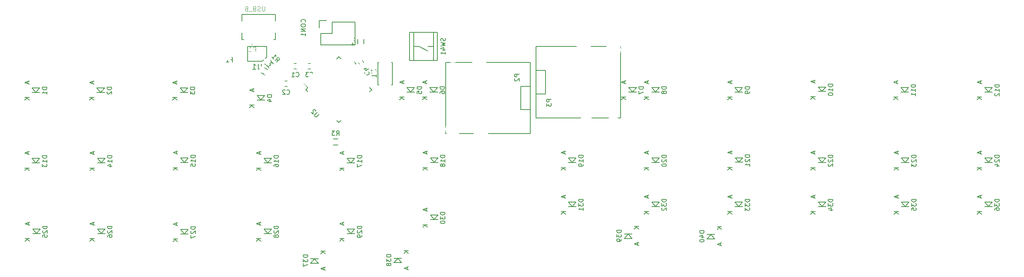
<source format=gbo>
G04 #@! TF.FileFunction,Legend,Bot*
%FSLAX46Y46*%
G04 Gerber Fmt 4.6, Leading zero omitted, Abs format (unit mm)*
G04 Created by KiCad (PCBNEW 4.0.1-stable) date Saturday, January 28, 2017 'PMt' 02:32:07 PM*
%MOMM*%
G01*
G04 APERTURE LIST*
%ADD10C,0.100000*%
%ADD11C,0.150000*%
%ADD12C,0.127000*%
%ADD13C,0.050000*%
%ADD14C,0.381000*%
%ADD15R,1.200000X1.150000*%
%ADD16C,3.400000*%
%ADD17C,2.900000*%
%ADD18O,3.400000X3.400000*%
%ADD19C,1.924000*%
%ADD20O,2.400000X4.400000*%
%ADD21C,3.600000*%
%ADD22C,2.400000*%
%ADD23C,3.400000*%
%ADD24R,2.127200X2.127200*%
%ADD25O,2.127200X2.127200*%
%ADD26R,2.099260X1.700480*%
%ADD27R,1.400000X0.800000*%
%ADD28R,0.900000X1.300000*%
%ADD29R,2.800000X2.100000*%
%ADD30R,1.700000X1.950000*%
%ADD31R,1.900000X3.600000*%
%ADD32R,1.300000X0.900000*%
%ADD33R,0.800000X1.750000*%
%ADD34R,2.200000X2.300000*%
%ADD35R,0.300000X0.300000*%
G04 APERTURE END LIST*
D10*
D11*
X62400000Y-5450000D02*
X63100000Y-5450000D01*
X63100000Y-4250000D02*
X62400000Y-4250000D01*
X118310000Y-11035000D02*
X116210000Y-11035000D01*
X118310000Y-5835000D02*
X118310000Y-11035000D01*
X116210000Y-5835000D02*
X118310000Y-5835000D01*
X116210000Y-485000D02*
X135010000Y-485000D01*
X116210000Y-16385000D02*
X116210000Y-485000D01*
X135010000Y-16385000D02*
X116210000Y-16385000D01*
X135010000Y-16385000D02*
X135010000Y-485000D01*
X112870000Y-9335000D02*
X114970000Y-9335000D01*
X112870000Y-14535000D02*
X112870000Y-9335000D01*
X114970000Y-14535000D02*
X112870000Y-14535000D01*
X114970000Y-19885000D02*
X96170000Y-19885000D01*
X114970000Y-3985000D02*
X114970000Y-19885000D01*
X96170000Y-3985000D02*
X114970000Y-3985000D01*
X96170000Y-3985000D02*
X96170000Y-19885000D01*
X70910000Y4980000D02*
X75990000Y4980000D01*
X68090000Y5260000D02*
X68090000Y3710000D01*
X68370000Y2440000D02*
X70910000Y2440000D01*
X70910000Y2440000D02*
X70910000Y4980000D01*
X75990000Y4980000D02*
X75990000Y-100000D01*
X75990000Y-100000D02*
X70910000Y-100000D01*
X68090000Y5260000D02*
X69640000Y5260000D01*
X68370000Y-100000D02*
X68370000Y2440000D01*
X70910000Y-100000D02*
X68370000Y-100000D01*
X60350000Y-9400000D02*
X61050000Y-9400000D01*
X61050000Y-8200000D02*
X60350000Y-8200000D01*
X65490000Y-5450000D02*
X66190000Y-5450000D01*
X66190000Y-4250000D02*
X65490000Y-4250000D01*
X5049200Y-10700240D02*
X5950000Y-9699480D01*
X5950000Y-9699480D02*
X4250000Y-9699480D01*
X4250000Y-9699480D02*
X5100000Y-10700240D01*
X5950000Y-10700240D02*
X4250000Y-10700240D01*
X19449200Y-10700240D02*
X20350000Y-9699480D01*
X20350000Y-9699480D02*
X18650000Y-9699480D01*
X18650000Y-9699480D02*
X19500000Y-10700240D01*
X20350000Y-10700240D02*
X18650000Y-10700240D01*
X37949200Y-10700240D02*
X38850000Y-9699480D01*
X38850000Y-9699480D02*
X37150000Y-9699480D01*
X37150000Y-9699480D02*
X38000000Y-10700240D01*
X38850000Y-10700240D02*
X37150000Y-10700240D01*
X55049200Y-12400240D02*
X55950000Y-11399480D01*
X55950000Y-11399480D02*
X54250000Y-11399480D01*
X54250000Y-11399480D02*
X55100000Y-12400240D01*
X55950000Y-12400240D02*
X54250000Y-12400240D01*
X88349200Y-10600240D02*
X89250000Y-9599480D01*
X89250000Y-9599480D02*
X87550000Y-9599480D01*
X87550000Y-9599480D02*
X88400000Y-10600240D01*
X89250000Y-10600240D02*
X87550000Y-10600240D01*
X93449200Y-10600240D02*
X94350000Y-9599480D01*
X94350000Y-9599480D02*
X92650000Y-9599480D01*
X92650000Y-9599480D02*
X93500000Y-10600240D01*
X94350000Y-10600240D02*
X92650000Y-10600240D01*
X137649200Y-10600240D02*
X138550000Y-9599480D01*
X138550000Y-9599480D02*
X136850000Y-9599480D01*
X136850000Y-9599480D02*
X137700000Y-10600240D01*
X138550000Y-10600240D02*
X136850000Y-10600240D01*
X142749200Y-10600240D02*
X143650000Y-9599480D01*
X143650000Y-9599480D02*
X141950000Y-9599480D01*
X141950000Y-9599480D02*
X142800000Y-10600240D01*
X143650000Y-10600240D02*
X141950000Y-10600240D01*
X161249200Y-10600240D02*
X162150000Y-9599480D01*
X162150000Y-9599480D02*
X160450000Y-9599480D01*
X160450000Y-9599480D02*
X161300000Y-10600240D01*
X162150000Y-10600240D02*
X160450000Y-10600240D01*
X179749200Y-10500240D02*
X180650000Y-9499480D01*
X180650000Y-9499480D02*
X178950000Y-9499480D01*
X178950000Y-9499480D02*
X179800000Y-10500240D01*
X180650000Y-10500240D02*
X178950000Y-10500240D01*
X198149200Y-10600240D02*
X199050000Y-9599480D01*
X199050000Y-9599480D02*
X197350000Y-9599480D01*
X197350000Y-9599480D02*
X198200000Y-10600240D01*
X199050000Y-10600240D02*
X197350000Y-10600240D01*
X216749200Y-10600240D02*
X217650000Y-9599480D01*
X217650000Y-9599480D02*
X215950000Y-9599480D01*
X215950000Y-9599480D02*
X216800000Y-10600240D01*
X217650000Y-10600240D02*
X215950000Y-10600240D01*
X5049200Y-26400240D02*
X5950000Y-25399480D01*
X5950000Y-25399480D02*
X4250000Y-25399480D01*
X4250000Y-25399480D02*
X5100000Y-26400240D01*
X5950000Y-26400240D02*
X4250000Y-26400240D01*
X19549200Y-26400240D02*
X20450000Y-25399480D01*
X20450000Y-25399480D02*
X18750000Y-25399480D01*
X18750000Y-25399480D02*
X19600000Y-26400240D01*
X20450000Y-26400240D02*
X18750000Y-26400240D01*
X38049200Y-26300240D02*
X38950000Y-25299480D01*
X38950000Y-25299480D02*
X37250000Y-25299480D01*
X37250000Y-25299480D02*
X38100000Y-26300240D01*
X38950000Y-26300240D02*
X37250000Y-26300240D01*
X56549200Y-26400240D02*
X57450000Y-25399480D01*
X57450000Y-25399480D02*
X55750000Y-25399480D01*
X55750000Y-25399480D02*
X56600000Y-26400240D01*
X57450000Y-26400240D02*
X55750000Y-26400240D01*
X75049200Y-26400240D02*
X75950000Y-25399480D01*
X75950000Y-25399480D02*
X74250000Y-25399480D01*
X74250000Y-25399480D02*
X75100000Y-26400240D01*
X75950000Y-26400240D02*
X74250000Y-26400240D01*
X93549200Y-26300240D02*
X94450000Y-25299480D01*
X94450000Y-25299480D02*
X92750000Y-25299480D01*
X92750000Y-25299480D02*
X93600000Y-26300240D01*
X94450000Y-26300240D02*
X92750000Y-26300240D01*
X124249200Y-26300240D02*
X125150000Y-25299480D01*
X125150000Y-25299480D02*
X123450000Y-25299480D01*
X123450000Y-25299480D02*
X124300000Y-26300240D01*
X125150000Y-26300240D02*
X123450000Y-26300240D01*
X142749200Y-26300240D02*
X143650000Y-25299480D01*
X143650000Y-25299480D02*
X141950000Y-25299480D01*
X141950000Y-25299480D02*
X142800000Y-26300240D01*
X143650000Y-26300240D02*
X141950000Y-26300240D01*
X161299200Y-26250240D02*
X162200000Y-25249480D01*
X162200000Y-25249480D02*
X160500000Y-25249480D01*
X160500000Y-25249480D02*
X161350000Y-26250240D01*
X162200000Y-26250240D02*
X160500000Y-26250240D01*
X179749200Y-26300240D02*
X180650000Y-25299480D01*
X180650000Y-25299480D02*
X178950000Y-25299480D01*
X178950000Y-25299480D02*
X179800000Y-26300240D01*
X180650000Y-26300240D02*
X178950000Y-26300240D01*
X198249200Y-26300240D02*
X199150000Y-25299480D01*
X199150000Y-25299480D02*
X197450000Y-25299480D01*
X197450000Y-25299480D02*
X198300000Y-26300240D01*
X199150000Y-26300240D02*
X197450000Y-26300240D01*
X216749200Y-26300240D02*
X217650000Y-25299480D01*
X217650000Y-25299480D02*
X215950000Y-25299480D01*
X215950000Y-25299480D02*
X216800000Y-26300240D01*
X217650000Y-26300240D02*
X215950000Y-26300240D01*
X5149200Y-42100240D02*
X6050000Y-41099480D01*
X6050000Y-41099480D02*
X4350000Y-41099480D01*
X4350000Y-41099480D02*
X5200000Y-42100240D01*
X6050000Y-42100240D02*
X4350000Y-42100240D01*
X19549200Y-42100240D02*
X20450000Y-41099480D01*
X20450000Y-41099480D02*
X18750000Y-41099480D01*
X18750000Y-41099480D02*
X19600000Y-42100240D01*
X20450000Y-42100240D02*
X18750000Y-42100240D01*
X38049200Y-42200240D02*
X38950000Y-41199480D01*
X38950000Y-41199480D02*
X37250000Y-41199480D01*
X37250000Y-41199480D02*
X38100000Y-42200240D01*
X38950000Y-42200240D02*
X37250000Y-42200240D01*
X56549200Y-42100240D02*
X57450000Y-41099480D01*
X57450000Y-41099480D02*
X55750000Y-41099480D01*
X55750000Y-41099480D02*
X56600000Y-42100240D01*
X57450000Y-42100240D02*
X55750000Y-42100240D01*
X75049200Y-42100240D02*
X75950000Y-41099480D01*
X75950000Y-41099480D02*
X74250000Y-41099480D01*
X74250000Y-41099480D02*
X75100000Y-42100240D01*
X75950000Y-42100240D02*
X74250000Y-42100240D01*
X93549200Y-39000240D02*
X94450000Y-37999480D01*
X94450000Y-37999480D02*
X92750000Y-37999480D01*
X92750000Y-37999480D02*
X93600000Y-39000240D01*
X94450000Y-39000240D02*
X92750000Y-39000240D01*
X124249200Y-36100240D02*
X125150000Y-35099480D01*
X125150000Y-35099480D02*
X123450000Y-35099480D01*
X123450000Y-35099480D02*
X124300000Y-36100240D01*
X125150000Y-36100240D02*
X123450000Y-36100240D01*
X142749200Y-36100240D02*
X143650000Y-35099480D01*
X143650000Y-35099480D02*
X141950000Y-35099480D01*
X141950000Y-35099480D02*
X142800000Y-36100240D01*
X143650000Y-36100240D02*
X141950000Y-36100240D01*
X161249200Y-36100240D02*
X162150000Y-35099480D01*
X162150000Y-35099480D02*
X160450000Y-35099480D01*
X160450000Y-35099480D02*
X161300000Y-36100240D01*
X162150000Y-36100240D02*
X160450000Y-36100240D01*
X179749200Y-36100240D02*
X180650000Y-35099480D01*
X180650000Y-35099480D02*
X178950000Y-35099480D01*
X178950000Y-35099480D02*
X179800000Y-36100240D01*
X180650000Y-36100240D02*
X178950000Y-36100240D01*
X198249200Y-36100240D02*
X199150000Y-35099480D01*
X199150000Y-35099480D02*
X197450000Y-35099480D01*
X197450000Y-35099480D02*
X198300000Y-36100240D01*
X199150000Y-36100240D02*
X197450000Y-36100240D01*
X216749200Y-36100240D02*
X217650000Y-35099480D01*
X217650000Y-35099480D02*
X215950000Y-35099480D01*
X215950000Y-35099480D02*
X216800000Y-36100240D01*
X217650000Y-36100240D02*
X215950000Y-36100240D01*
X67050800Y-47699760D02*
X66150000Y-48700520D01*
X66150000Y-48700520D02*
X67850000Y-48700520D01*
X67850000Y-48700520D02*
X67000000Y-47699760D01*
X66150000Y-47699760D02*
X67850000Y-47699760D01*
X85550800Y-47599760D02*
X84650000Y-48600520D01*
X84650000Y-48600520D02*
X86350000Y-48600520D01*
X86350000Y-48600520D02*
X85500000Y-47599760D01*
X84650000Y-47599760D02*
X86350000Y-47599760D01*
X136750800Y-42199760D02*
X135850000Y-43200520D01*
X135850000Y-43200520D02*
X137550000Y-43200520D01*
X137550000Y-43200520D02*
X136700000Y-42199760D01*
X135850000Y-42199760D02*
X137550000Y-42199760D01*
X155150800Y-42299760D02*
X154250000Y-43300520D01*
X154250000Y-43300520D02*
X155950000Y-43300520D01*
X155950000Y-43300520D02*
X155100000Y-42299760D01*
X154250000Y-42299760D02*
X155950000Y-42299760D01*
X56228820Y-4573414D02*
X56935926Y-5280520D01*
X57890520Y-4325926D02*
X57183414Y-3618820D01*
X55129487Y-6344567D02*
X55995513Y-6844567D01*
X56670513Y-5675433D02*
X55804487Y-5175433D01*
X56400000Y-2800000D02*
X55400000Y-3800000D01*
X55400000Y-3800000D02*
X52100000Y-3800000D01*
X52100000Y-3800000D02*
X52100000Y-500000D01*
X52100000Y-500000D02*
X56400000Y-500000D01*
X56400000Y-500000D02*
X56400000Y-2800000D01*
X65081445Y-10100000D02*
X65558742Y-9622703D01*
X72400000Y-17418555D02*
X72877297Y-16941258D01*
X79718555Y-10100000D02*
X79241258Y-10577297D01*
X72400000Y-2781445D02*
X71922703Y-3258742D01*
X65081445Y-10100000D02*
X65558742Y-10577297D01*
X72400000Y-2781445D02*
X72877297Y-3258742D01*
X79718555Y-10100000D02*
X79241258Y-9622703D01*
X72400000Y-17418555D02*
X71922703Y-16941258D01*
X65558742Y-9622703D02*
X64657181Y-8721142D01*
X71200000Y-22375000D02*
X72200000Y-22375000D01*
X72200000Y-21025000D02*
X71200000Y-21025000D01*
X84300000Y-4040000D02*
X84300000Y-9040000D01*
X81100000Y-4040000D02*
X84300000Y-4040000D01*
X81100000Y-9040000D02*
X81100000Y-4040000D01*
X84300000Y-9040000D02*
X81100000Y-9040000D01*
X79765628Y-6088685D02*
X79678804Y-5596281D01*
X80614372Y-5431315D02*
X80701196Y-5923719D01*
X77033638Y-4464006D02*
X76783638Y-4030994D01*
X77606362Y-3555994D02*
X77856362Y-3989006D01*
X93420000Y2640000D02*
X93420000Y-3560000D01*
X92220000Y-460000D02*
X93420000Y-460000D01*
X90220000Y-460000D02*
X92220000Y-1460000D01*
X89020000Y-460000D02*
X90220000Y-460000D01*
X89020000Y2640000D02*
X89020000Y-3560000D01*
X88120000Y-3560000D02*
X88120000Y2640000D01*
X94320000Y-3560000D02*
X88120000Y-3560000D01*
X94320000Y2640000D02*
X94320000Y-3560000D01*
X88120000Y2640000D02*
X94320000Y2640000D01*
X77935000Y160000D02*
X77935000Y1160000D01*
X76585000Y1160000D02*
X76585000Y160000D01*
D12*
X50860000Y1020000D02*
X51310000Y1020000D01*
X57910000Y1020000D02*
X58360000Y1020000D01*
X58360000Y1020000D02*
X58360000Y2620000D01*
X58360000Y5220000D02*
X58360000Y6670000D01*
X58360000Y6670000D02*
X50860000Y6670000D01*
X50860000Y6670000D02*
X50860000Y5220000D01*
X50860000Y2620000D02*
X50860000Y1020000D01*
D10*
X53237000Y-5000D02*
G75*
G03X53237000Y-5000I-127000J0D01*
G01*
D11*
X62916666Y-7107143D02*
X62964285Y-7154762D01*
X63107142Y-7202381D01*
X63202380Y-7202381D01*
X63345238Y-7154762D01*
X63440476Y-7059524D01*
X63488095Y-6964286D01*
X63535714Y-6773810D01*
X63535714Y-6630952D01*
X63488095Y-6440476D01*
X63440476Y-6345238D01*
X63345238Y-6250000D01*
X63202380Y-6202381D01*
X63107142Y-6202381D01*
X62964285Y-6250000D01*
X62916666Y-6297619D01*
X61964285Y-7202381D02*
X62535714Y-7202381D01*
X62250000Y-7202381D02*
X62250000Y-6202381D01*
X62345238Y-6345238D01*
X62440476Y-6440476D01*
X62535714Y-6488095D01*
X119612381Y-12246905D02*
X118612381Y-12246905D01*
X118612381Y-12627858D01*
X118660000Y-12723096D01*
X118707619Y-12770715D01*
X118802857Y-12818334D01*
X118945714Y-12818334D01*
X119040952Y-12770715D01*
X119088571Y-12723096D01*
X119136190Y-12627858D01*
X119136190Y-12246905D01*
X118612381Y-13151667D02*
X118612381Y-13770715D01*
X118993333Y-13437381D01*
X118993333Y-13580239D01*
X119040952Y-13675477D01*
X119088571Y-13723096D01*
X119183810Y-13770715D01*
X119421905Y-13770715D01*
X119517143Y-13723096D01*
X119564762Y-13675477D01*
X119612381Y-13580239D01*
X119612381Y-13294524D01*
X119564762Y-13199286D01*
X119517143Y-13151667D01*
X112472381Y-6646905D02*
X111472381Y-6646905D01*
X111472381Y-7027858D01*
X111520000Y-7123096D01*
X111567619Y-7170715D01*
X111662857Y-7218334D01*
X111805714Y-7218334D01*
X111900952Y-7170715D01*
X111948571Y-7123096D01*
X111996190Y-7027858D01*
X111996190Y-6646905D01*
X111567619Y-7599286D02*
X111520000Y-7646905D01*
X111472381Y-7742143D01*
X111472381Y-7980239D01*
X111520000Y-8075477D01*
X111567619Y-8123096D01*
X111662857Y-8170715D01*
X111758095Y-8170715D01*
X111900952Y-8123096D01*
X112472381Y-7551667D01*
X112472381Y-8170715D01*
X64897143Y4924285D02*
X64944762Y4971904D01*
X64992381Y5114761D01*
X64992381Y5209999D01*
X64944762Y5352857D01*
X64849524Y5448095D01*
X64754286Y5495714D01*
X64563810Y5543333D01*
X64420952Y5543333D01*
X64230476Y5495714D01*
X64135238Y5448095D01*
X64040000Y5352857D01*
X63992381Y5209999D01*
X63992381Y5114761D01*
X64040000Y4971904D01*
X64087619Y4924285D01*
X63992381Y4305238D02*
X63992381Y4114761D01*
X64040000Y4019523D01*
X64135238Y3924285D01*
X64325714Y3876666D01*
X64659048Y3876666D01*
X64849524Y3924285D01*
X64944762Y4019523D01*
X64992381Y4114761D01*
X64992381Y4305238D01*
X64944762Y4400476D01*
X64849524Y4495714D01*
X64659048Y4543333D01*
X64325714Y4543333D01*
X64135238Y4495714D01*
X64040000Y4400476D01*
X63992381Y4305238D01*
X64992381Y3448095D02*
X63992381Y3448095D01*
X64992381Y2876666D01*
X63992381Y2876666D01*
X64992381Y1876666D02*
X64992381Y2448095D01*
X64992381Y2162381D02*
X63992381Y2162381D01*
X64135238Y2257619D01*
X64230476Y2352857D01*
X64278095Y2448095D01*
X60866666Y-11057143D02*
X60914285Y-11104762D01*
X61057142Y-11152381D01*
X61152380Y-11152381D01*
X61295238Y-11104762D01*
X61390476Y-11009524D01*
X61438095Y-10914286D01*
X61485714Y-10723810D01*
X61485714Y-10580952D01*
X61438095Y-10390476D01*
X61390476Y-10295238D01*
X61295238Y-10200000D01*
X61152380Y-10152381D01*
X61057142Y-10152381D01*
X60914285Y-10200000D01*
X60866666Y-10247619D01*
X60485714Y-10247619D02*
X60438095Y-10200000D01*
X60342857Y-10152381D01*
X60104761Y-10152381D01*
X60009523Y-10200000D01*
X59961904Y-10247619D01*
X59914285Y-10342857D01*
X59914285Y-10438095D01*
X59961904Y-10580952D01*
X60533333Y-11152381D01*
X59914285Y-11152381D01*
X66006666Y-7107143D02*
X66054285Y-7154762D01*
X66197142Y-7202381D01*
X66292380Y-7202381D01*
X66435238Y-7154762D01*
X66530476Y-7059524D01*
X66578095Y-6964286D01*
X66625714Y-6773810D01*
X66625714Y-6630952D01*
X66578095Y-6440476D01*
X66530476Y-6345238D01*
X66435238Y-6250000D01*
X66292380Y-6202381D01*
X66197142Y-6202381D01*
X66054285Y-6250000D01*
X66006666Y-6297619D01*
X65673333Y-6202381D02*
X65054285Y-6202381D01*
X65387619Y-6583333D01*
X65244761Y-6583333D01*
X65149523Y-6630952D01*
X65101904Y-6678571D01*
X65054285Y-6773810D01*
X65054285Y-7011905D01*
X65101904Y-7107143D01*
X65149523Y-7154762D01*
X65244761Y-7202381D01*
X65530476Y-7202381D01*
X65625714Y-7154762D01*
X65673333Y-7107143D01*
X7502381Y-9561905D02*
X6502381Y-9561905D01*
X6502381Y-9800000D01*
X6550000Y-9942858D01*
X6645238Y-10038096D01*
X6740476Y-10085715D01*
X6930952Y-10133334D01*
X7073810Y-10133334D01*
X7264286Y-10085715D01*
X7359524Y-10038096D01*
X7454762Y-9942858D01*
X7502381Y-9800000D01*
X7502381Y-9561905D01*
X7502381Y-11085715D02*
X7502381Y-10514286D01*
X7502381Y-10800000D02*
X6502381Y-10800000D01*
X6645238Y-10704762D01*
X6740476Y-10609524D01*
X6788095Y-10514286D01*
X3602381Y-11838095D02*
X2602381Y-11838095D01*
X3602381Y-12409524D02*
X3030952Y-11980952D01*
X2602381Y-12409524D02*
X3173810Y-11838095D01*
X3316667Y-8261905D02*
X3316667Y-8738096D01*
X3602381Y-8166667D02*
X2602381Y-8500000D01*
X3602381Y-8833334D01*
X21902381Y-9561905D02*
X20902381Y-9561905D01*
X20902381Y-9800000D01*
X20950000Y-9942858D01*
X21045238Y-10038096D01*
X21140476Y-10085715D01*
X21330952Y-10133334D01*
X21473810Y-10133334D01*
X21664286Y-10085715D01*
X21759524Y-10038096D01*
X21854762Y-9942858D01*
X21902381Y-9800000D01*
X21902381Y-9561905D01*
X20997619Y-10514286D02*
X20950000Y-10561905D01*
X20902381Y-10657143D01*
X20902381Y-10895239D01*
X20950000Y-10990477D01*
X20997619Y-11038096D01*
X21092857Y-11085715D01*
X21188095Y-11085715D01*
X21330952Y-11038096D01*
X21902381Y-10466667D01*
X21902381Y-11085715D01*
X18002381Y-11838095D02*
X17002381Y-11838095D01*
X18002381Y-12409524D02*
X17430952Y-11980952D01*
X17002381Y-12409524D02*
X17573810Y-11838095D01*
X17716667Y-8261905D02*
X17716667Y-8738096D01*
X18002381Y-8166667D02*
X17002381Y-8500000D01*
X18002381Y-8833334D01*
X40402381Y-9561905D02*
X39402381Y-9561905D01*
X39402381Y-9800000D01*
X39450000Y-9942858D01*
X39545238Y-10038096D01*
X39640476Y-10085715D01*
X39830952Y-10133334D01*
X39973810Y-10133334D01*
X40164286Y-10085715D01*
X40259524Y-10038096D01*
X40354762Y-9942858D01*
X40402381Y-9800000D01*
X40402381Y-9561905D01*
X39402381Y-10466667D02*
X39402381Y-11085715D01*
X39783333Y-10752381D01*
X39783333Y-10895239D01*
X39830952Y-10990477D01*
X39878571Y-11038096D01*
X39973810Y-11085715D01*
X40211905Y-11085715D01*
X40307143Y-11038096D01*
X40354762Y-10990477D01*
X40402381Y-10895239D01*
X40402381Y-10609524D01*
X40354762Y-10514286D01*
X40307143Y-10466667D01*
X36502381Y-11838095D02*
X35502381Y-11838095D01*
X36502381Y-12409524D02*
X35930952Y-11980952D01*
X35502381Y-12409524D02*
X36073810Y-11838095D01*
X36216667Y-8261905D02*
X36216667Y-8738096D01*
X36502381Y-8166667D02*
X35502381Y-8500000D01*
X36502381Y-8833334D01*
X57502381Y-11261905D02*
X56502381Y-11261905D01*
X56502381Y-11500000D01*
X56550000Y-11642858D01*
X56645238Y-11738096D01*
X56740476Y-11785715D01*
X56930952Y-11833334D01*
X57073810Y-11833334D01*
X57264286Y-11785715D01*
X57359524Y-11738096D01*
X57454762Y-11642858D01*
X57502381Y-11500000D01*
X57502381Y-11261905D01*
X56835714Y-12690477D02*
X57502381Y-12690477D01*
X56454762Y-12452381D02*
X57169048Y-12214286D01*
X57169048Y-12833334D01*
X53602381Y-13538095D02*
X52602381Y-13538095D01*
X53602381Y-14109524D02*
X53030952Y-13680952D01*
X52602381Y-14109524D02*
X53173810Y-13538095D01*
X53316667Y-9961905D02*
X53316667Y-10438096D01*
X53602381Y-9866667D02*
X52602381Y-10200000D01*
X53602381Y-10533334D01*
X90802381Y-9461905D02*
X89802381Y-9461905D01*
X89802381Y-9700000D01*
X89850000Y-9842858D01*
X89945238Y-9938096D01*
X90040476Y-9985715D01*
X90230952Y-10033334D01*
X90373810Y-10033334D01*
X90564286Y-9985715D01*
X90659524Y-9938096D01*
X90754762Y-9842858D01*
X90802381Y-9700000D01*
X90802381Y-9461905D01*
X89802381Y-10938096D02*
X89802381Y-10461905D01*
X90278571Y-10414286D01*
X90230952Y-10461905D01*
X90183333Y-10557143D01*
X90183333Y-10795239D01*
X90230952Y-10890477D01*
X90278571Y-10938096D01*
X90373810Y-10985715D01*
X90611905Y-10985715D01*
X90707143Y-10938096D01*
X90754762Y-10890477D01*
X90802381Y-10795239D01*
X90802381Y-10557143D01*
X90754762Y-10461905D01*
X90707143Y-10414286D01*
X86902381Y-11738095D02*
X85902381Y-11738095D01*
X86902381Y-12309524D02*
X86330952Y-11880952D01*
X85902381Y-12309524D02*
X86473810Y-11738095D01*
X86616667Y-8161905D02*
X86616667Y-8638096D01*
X86902381Y-8066667D02*
X85902381Y-8400000D01*
X86902381Y-8733334D01*
X95902381Y-9461905D02*
X94902381Y-9461905D01*
X94902381Y-9700000D01*
X94950000Y-9842858D01*
X95045238Y-9938096D01*
X95140476Y-9985715D01*
X95330952Y-10033334D01*
X95473810Y-10033334D01*
X95664286Y-9985715D01*
X95759524Y-9938096D01*
X95854762Y-9842858D01*
X95902381Y-9700000D01*
X95902381Y-9461905D01*
X94902381Y-10890477D02*
X94902381Y-10700000D01*
X94950000Y-10604762D01*
X94997619Y-10557143D01*
X95140476Y-10461905D01*
X95330952Y-10414286D01*
X95711905Y-10414286D01*
X95807143Y-10461905D01*
X95854762Y-10509524D01*
X95902381Y-10604762D01*
X95902381Y-10795239D01*
X95854762Y-10890477D01*
X95807143Y-10938096D01*
X95711905Y-10985715D01*
X95473810Y-10985715D01*
X95378571Y-10938096D01*
X95330952Y-10890477D01*
X95283333Y-10795239D01*
X95283333Y-10604762D01*
X95330952Y-10509524D01*
X95378571Y-10461905D01*
X95473810Y-10414286D01*
X92002381Y-11738095D02*
X91002381Y-11738095D01*
X92002381Y-12309524D02*
X91430952Y-11880952D01*
X91002381Y-12309524D02*
X91573810Y-11738095D01*
X91716667Y-8161905D02*
X91716667Y-8638096D01*
X92002381Y-8066667D02*
X91002381Y-8400000D01*
X92002381Y-8733334D01*
X140102381Y-9461905D02*
X139102381Y-9461905D01*
X139102381Y-9700000D01*
X139150000Y-9842858D01*
X139245238Y-9938096D01*
X139340476Y-9985715D01*
X139530952Y-10033334D01*
X139673810Y-10033334D01*
X139864286Y-9985715D01*
X139959524Y-9938096D01*
X140054762Y-9842858D01*
X140102381Y-9700000D01*
X140102381Y-9461905D01*
X139102381Y-10366667D02*
X139102381Y-11033334D01*
X140102381Y-10604762D01*
X136202381Y-11738095D02*
X135202381Y-11738095D01*
X136202381Y-12309524D02*
X135630952Y-11880952D01*
X135202381Y-12309524D02*
X135773810Y-11738095D01*
X135916667Y-8161905D02*
X135916667Y-8638096D01*
X136202381Y-8066667D02*
X135202381Y-8400000D01*
X136202381Y-8733334D01*
X145202381Y-9461905D02*
X144202381Y-9461905D01*
X144202381Y-9700000D01*
X144250000Y-9842858D01*
X144345238Y-9938096D01*
X144440476Y-9985715D01*
X144630952Y-10033334D01*
X144773810Y-10033334D01*
X144964286Y-9985715D01*
X145059524Y-9938096D01*
X145154762Y-9842858D01*
X145202381Y-9700000D01*
X145202381Y-9461905D01*
X144630952Y-10604762D02*
X144583333Y-10509524D01*
X144535714Y-10461905D01*
X144440476Y-10414286D01*
X144392857Y-10414286D01*
X144297619Y-10461905D01*
X144250000Y-10509524D01*
X144202381Y-10604762D01*
X144202381Y-10795239D01*
X144250000Y-10890477D01*
X144297619Y-10938096D01*
X144392857Y-10985715D01*
X144440476Y-10985715D01*
X144535714Y-10938096D01*
X144583333Y-10890477D01*
X144630952Y-10795239D01*
X144630952Y-10604762D01*
X144678571Y-10509524D01*
X144726190Y-10461905D01*
X144821429Y-10414286D01*
X145011905Y-10414286D01*
X145107143Y-10461905D01*
X145154762Y-10509524D01*
X145202381Y-10604762D01*
X145202381Y-10795239D01*
X145154762Y-10890477D01*
X145107143Y-10938096D01*
X145011905Y-10985715D01*
X144821429Y-10985715D01*
X144726190Y-10938096D01*
X144678571Y-10890477D01*
X144630952Y-10795239D01*
X141302381Y-11738095D02*
X140302381Y-11738095D01*
X141302381Y-12309524D02*
X140730952Y-11880952D01*
X140302381Y-12309524D02*
X140873810Y-11738095D01*
X141016667Y-8161905D02*
X141016667Y-8638096D01*
X141302381Y-8066667D02*
X140302381Y-8400000D01*
X141302381Y-8733334D01*
X163702381Y-9461905D02*
X162702381Y-9461905D01*
X162702381Y-9700000D01*
X162750000Y-9842858D01*
X162845238Y-9938096D01*
X162940476Y-9985715D01*
X163130952Y-10033334D01*
X163273810Y-10033334D01*
X163464286Y-9985715D01*
X163559524Y-9938096D01*
X163654762Y-9842858D01*
X163702381Y-9700000D01*
X163702381Y-9461905D01*
X163702381Y-10509524D02*
X163702381Y-10700000D01*
X163654762Y-10795239D01*
X163607143Y-10842858D01*
X163464286Y-10938096D01*
X163273810Y-10985715D01*
X162892857Y-10985715D01*
X162797619Y-10938096D01*
X162750000Y-10890477D01*
X162702381Y-10795239D01*
X162702381Y-10604762D01*
X162750000Y-10509524D01*
X162797619Y-10461905D01*
X162892857Y-10414286D01*
X163130952Y-10414286D01*
X163226190Y-10461905D01*
X163273810Y-10509524D01*
X163321429Y-10604762D01*
X163321429Y-10795239D01*
X163273810Y-10890477D01*
X163226190Y-10938096D01*
X163130952Y-10985715D01*
X159802381Y-11738095D02*
X158802381Y-11738095D01*
X159802381Y-12309524D02*
X159230952Y-11880952D01*
X158802381Y-12309524D02*
X159373810Y-11738095D01*
X159516667Y-8161905D02*
X159516667Y-8638096D01*
X159802381Y-8066667D02*
X158802381Y-8400000D01*
X159802381Y-8733334D01*
X182202381Y-8885714D02*
X181202381Y-8885714D01*
X181202381Y-9123809D01*
X181250000Y-9266667D01*
X181345238Y-9361905D01*
X181440476Y-9409524D01*
X181630952Y-9457143D01*
X181773810Y-9457143D01*
X181964286Y-9409524D01*
X182059524Y-9361905D01*
X182154762Y-9266667D01*
X182202381Y-9123809D01*
X182202381Y-8885714D01*
X182202381Y-10409524D02*
X182202381Y-9838095D01*
X182202381Y-10123809D02*
X181202381Y-10123809D01*
X181345238Y-10028571D01*
X181440476Y-9933333D01*
X181488095Y-9838095D01*
X181202381Y-11028571D02*
X181202381Y-11123810D01*
X181250000Y-11219048D01*
X181297619Y-11266667D01*
X181392857Y-11314286D01*
X181583333Y-11361905D01*
X181821429Y-11361905D01*
X182011905Y-11314286D01*
X182107143Y-11266667D01*
X182154762Y-11219048D01*
X182202381Y-11123810D01*
X182202381Y-11028571D01*
X182154762Y-10933333D01*
X182107143Y-10885714D01*
X182011905Y-10838095D01*
X181821429Y-10790476D01*
X181583333Y-10790476D01*
X181392857Y-10838095D01*
X181297619Y-10885714D01*
X181250000Y-10933333D01*
X181202381Y-11028571D01*
X178302381Y-11638095D02*
X177302381Y-11638095D01*
X178302381Y-12209524D02*
X177730952Y-11780952D01*
X177302381Y-12209524D02*
X177873810Y-11638095D01*
X178016667Y-8061905D02*
X178016667Y-8538096D01*
X178302381Y-7966667D02*
X177302381Y-8300000D01*
X178302381Y-8633334D01*
X200602381Y-8985714D02*
X199602381Y-8985714D01*
X199602381Y-9223809D01*
X199650000Y-9366667D01*
X199745238Y-9461905D01*
X199840476Y-9509524D01*
X200030952Y-9557143D01*
X200173810Y-9557143D01*
X200364286Y-9509524D01*
X200459524Y-9461905D01*
X200554762Y-9366667D01*
X200602381Y-9223809D01*
X200602381Y-8985714D01*
X200602381Y-10509524D02*
X200602381Y-9938095D01*
X200602381Y-10223809D02*
X199602381Y-10223809D01*
X199745238Y-10128571D01*
X199840476Y-10033333D01*
X199888095Y-9938095D01*
X200602381Y-11461905D02*
X200602381Y-10890476D01*
X200602381Y-11176190D02*
X199602381Y-11176190D01*
X199745238Y-11080952D01*
X199840476Y-10985714D01*
X199888095Y-10890476D01*
X196702381Y-11738095D02*
X195702381Y-11738095D01*
X196702381Y-12309524D02*
X196130952Y-11880952D01*
X195702381Y-12309524D02*
X196273810Y-11738095D01*
X196416667Y-8161905D02*
X196416667Y-8638096D01*
X196702381Y-8066667D02*
X195702381Y-8400000D01*
X196702381Y-8733334D01*
X219202381Y-8985714D02*
X218202381Y-8985714D01*
X218202381Y-9223809D01*
X218250000Y-9366667D01*
X218345238Y-9461905D01*
X218440476Y-9509524D01*
X218630952Y-9557143D01*
X218773810Y-9557143D01*
X218964286Y-9509524D01*
X219059524Y-9461905D01*
X219154762Y-9366667D01*
X219202381Y-9223809D01*
X219202381Y-8985714D01*
X219202381Y-10509524D02*
X219202381Y-9938095D01*
X219202381Y-10223809D02*
X218202381Y-10223809D01*
X218345238Y-10128571D01*
X218440476Y-10033333D01*
X218488095Y-9938095D01*
X218297619Y-10890476D02*
X218250000Y-10938095D01*
X218202381Y-11033333D01*
X218202381Y-11271429D01*
X218250000Y-11366667D01*
X218297619Y-11414286D01*
X218392857Y-11461905D01*
X218488095Y-11461905D01*
X218630952Y-11414286D01*
X219202381Y-10842857D01*
X219202381Y-11461905D01*
X215302381Y-11738095D02*
X214302381Y-11738095D01*
X215302381Y-12309524D02*
X214730952Y-11880952D01*
X214302381Y-12309524D02*
X214873810Y-11738095D01*
X215016667Y-8161905D02*
X215016667Y-8638096D01*
X215302381Y-8066667D02*
X214302381Y-8400000D01*
X215302381Y-8733334D01*
X7502381Y-24785714D02*
X6502381Y-24785714D01*
X6502381Y-25023809D01*
X6550000Y-25166667D01*
X6645238Y-25261905D01*
X6740476Y-25309524D01*
X6930952Y-25357143D01*
X7073810Y-25357143D01*
X7264286Y-25309524D01*
X7359524Y-25261905D01*
X7454762Y-25166667D01*
X7502381Y-25023809D01*
X7502381Y-24785714D01*
X7502381Y-26309524D02*
X7502381Y-25738095D01*
X7502381Y-26023809D02*
X6502381Y-26023809D01*
X6645238Y-25928571D01*
X6740476Y-25833333D01*
X6788095Y-25738095D01*
X6502381Y-26642857D02*
X6502381Y-27261905D01*
X6883333Y-26928571D01*
X6883333Y-27071429D01*
X6930952Y-27166667D01*
X6978571Y-27214286D01*
X7073810Y-27261905D01*
X7311905Y-27261905D01*
X7407143Y-27214286D01*
X7454762Y-27166667D01*
X7502381Y-27071429D01*
X7502381Y-26785714D01*
X7454762Y-26690476D01*
X7407143Y-26642857D01*
X3602381Y-27538095D02*
X2602381Y-27538095D01*
X3602381Y-28109524D02*
X3030952Y-27680952D01*
X2602381Y-28109524D02*
X3173810Y-27538095D01*
X3316667Y-23961905D02*
X3316667Y-24438096D01*
X3602381Y-23866667D02*
X2602381Y-24200000D01*
X3602381Y-24533334D01*
X22002381Y-24785714D02*
X21002381Y-24785714D01*
X21002381Y-25023809D01*
X21050000Y-25166667D01*
X21145238Y-25261905D01*
X21240476Y-25309524D01*
X21430952Y-25357143D01*
X21573810Y-25357143D01*
X21764286Y-25309524D01*
X21859524Y-25261905D01*
X21954762Y-25166667D01*
X22002381Y-25023809D01*
X22002381Y-24785714D01*
X22002381Y-26309524D02*
X22002381Y-25738095D01*
X22002381Y-26023809D02*
X21002381Y-26023809D01*
X21145238Y-25928571D01*
X21240476Y-25833333D01*
X21288095Y-25738095D01*
X21335714Y-27166667D02*
X22002381Y-27166667D01*
X20954762Y-26928571D02*
X21669048Y-26690476D01*
X21669048Y-27309524D01*
X18102381Y-27538095D02*
X17102381Y-27538095D01*
X18102381Y-28109524D02*
X17530952Y-27680952D01*
X17102381Y-28109524D02*
X17673810Y-27538095D01*
X17816667Y-23961905D02*
X17816667Y-24438096D01*
X18102381Y-23866667D02*
X17102381Y-24200000D01*
X18102381Y-24533334D01*
X40502381Y-24685714D02*
X39502381Y-24685714D01*
X39502381Y-24923809D01*
X39550000Y-25066667D01*
X39645238Y-25161905D01*
X39740476Y-25209524D01*
X39930952Y-25257143D01*
X40073810Y-25257143D01*
X40264286Y-25209524D01*
X40359524Y-25161905D01*
X40454762Y-25066667D01*
X40502381Y-24923809D01*
X40502381Y-24685714D01*
X40502381Y-26209524D02*
X40502381Y-25638095D01*
X40502381Y-25923809D02*
X39502381Y-25923809D01*
X39645238Y-25828571D01*
X39740476Y-25733333D01*
X39788095Y-25638095D01*
X39502381Y-27114286D02*
X39502381Y-26638095D01*
X39978571Y-26590476D01*
X39930952Y-26638095D01*
X39883333Y-26733333D01*
X39883333Y-26971429D01*
X39930952Y-27066667D01*
X39978571Y-27114286D01*
X40073810Y-27161905D01*
X40311905Y-27161905D01*
X40407143Y-27114286D01*
X40454762Y-27066667D01*
X40502381Y-26971429D01*
X40502381Y-26733333D01*
X40454762Y-26638095D01*
X40407143Y-26590476D01*
X36602381Y-27438095D02*
X35602381Y-27438095D01*
X36602381Y-28009524D02*
X36030952Y-27580952D01*
X35602381Y-28009524D02*
X36173810Y-27438095D01*
X36316667Y-23861905D02*
X36316667Y-24338096D01*
X36602381Y-23766667D02*
X35602381Y-24100000D01*
X36602381Y-24433334D01*
X59002381Y-24785714D02*
X58002381Y-24785714D01*
X58002381Y-25023809D01*
X58050000Y-25166667D01*
X58145238Y-25261905D01*
X58240476Y-25309524D01*
X58430952Y-25357143D01*
X58573810Y-25357143D01*
X58764286Y-25309524D01*
X58859524Y-25261905D01*
X58954762Y-25166667D01*
X59002381Y-25023809D01*
X59002381Y-24785714D01*
X59002381Y-26309524D02*
X59002381Y-25738095D01*
X59002381Y-26023809D02*
X58002381Y-26023809D01*
X58145238Y-25928571D01*
X58240476Y-25833333D01*
X58288095Y-25738095D01*
X58002381Y-27166667D02*
X58002381Y-26976190D01*
X58050000Y-26880952D01*
X58097619Y-26833333D01*
X58240476Y-26738095D01*
X58430952Y-26690476D01*
X58811905Y-26690476D01*
X58907143Y-26738095D01*
X58954762Y-26785714D01*
X59002381Y-26880952D01*
X59002381Y-27071429D01*
X58954762Y-27166667D01*
X58907143Y-27214286D01*
X58811905Y-27261905D01*
X58573810Y-27261905D01*
X58478571Y-27214286D01*
X58430952Y-27166667D01*
X58383333Y-27071429D01*
X58383333Y-26880952D01*
X58430952Y-26785714D01*
X58478571Y-26738095D01*
X58573810Y-26690476D01*
X55102381Y-27538095D02*
X54102381Y-27538095D01*
X55102381Y-28109524D02*
X54530952Y-27680952D01*
X54102381Y-28109524D02*
X54673810Y-27538095D01*
X54816667Y-23961905D02*
X54816667Y-24438096D01*
X55102381Y-23866667D02*
X54102381Y-24200000D01*
X55102381Y-24533334D01*
X77502381Y-24785714D02*
X76502381Y-24785714D01*
X76502381Y-25023809D01*
X76550000Y-25166667D01*
X76645238Y-25261905D01*
X76740476Y-25309524D01*
X76930952Y-25357143D01*
X77073810Y-25357143D01*
X77264286Y-25309524D01*
X77359524Y-25261905D01*
X77454762Y-25166667D01*
X77502381Y-25023809D01*
X77502381Y-24785714D01*
X77502381Y-26309524D02*
X77502381Y-25738095D01*
X77502381Y-26023809D02*
X76502381Y-26023809D01*
X76645238Y-25928571D01*
X76740476Y-25833333D01*
X76788095Y-25738095D01*
X76502381Y-26642857D02*
X76502381Y-27309524D01*
X77502381Y-26880952D01*
X73602381Y-27538095D02*
X72602381Y-27538095D01*
X73602381Y-28109524D02*
X73030952Y-27680952D01*
X72602381Y-28109524D02*
X73173810Y-27538095D01*
X73316667Y-23961905D02*
X73316667Y-24438096D01*
X73602381Y-23866667D02*
X72602381Y-24200000D01*
X73602381Y-24533334D01*
X96002381Y-24685714D02*
X95002381Y-24685714D01*
X95002381Y-24923809D01*
X95050000Y-25066667D01*
X95145238Y-25161905D01*
X95240476Y-25209524D01*
X95430952Y-25257143D01*
X95573810Y-25257143D01*
X95764286Y-25209524D01*
X95859524Y-25161905D01*
X95954762Y-25066667D01*
X96002381Y-24923809D01*
X96002381Y-24685714D01*
X96002381Y-26209524D02*
X96002381Y-25638095D01*
X96002381Y-25923809D02*
X95002381Y-25923809D01*
X95145238Y-25828571D01*
X95240476Y-25733333D01*
X95288095Y-25638095D01*
X95430952Y-26780952D02*
X95383333Y-26685714D01*
X95335714Y-26638095D01*
X95240476Y-26590476D01*
X95192857Y-26590476D01*
X95097619Y-26638095D01*
X95050000Y-26685714D01*
X95002381Y-26780952D01*
X95002381Y-26971429D01*
X95050000Y-27066667D01*
X95097619Y-27114286D01*
X95192857Y-27161905D01*
X95240476Y-27161905D01*
X95335714Y-27114286D01*
X95383333Y-27066667D01*
X95430952Y-26971429D01*
X95430952Y-26780952D01*
X95478571Y-26685714D01*
X95526190Y-26638095D01*
X95621429Y-26590476D01*
X95811905Y-26590476D01*
X95907143Y-26638095D01*
X95954762Y-26685714D01*
X96002381Y-26780952D01*
X96002381Y-26971429D01*
X95954762Y-27066667D01*
X95907143Y-27114286D01*
X95811905Y-27161905D01*
X95621429Y-27161905D01*
X95526190Y-27114286D01*
X95478571Y-27066667D01*
X95430952Y-26971429D01*
X92102381Y-27438095D02*
X91102381Y-27438095D01*
X92102381Y-28009524D02*
X91530952Y-27580952D01*
X91102381Y-28009524D02*
X91673810Y-27438095D01*
X91816667Y-23861905D02*
X91816667Y-24338096D01*
X92102381Y-23766667D02*
X91102381Y-24100000D01*
X92102381Y-24433334D01*
X126702381Y-24685714D02*
X125702381Y-24685714D01*
X125702381Y-24923809D01*
X125750000Y-25066667D01*
X125845238Y-25161905D01*
X125940476Y-25209524D01*
X126130952Y-25257143D01*
X126273810Y-25257143D01*
X126464286Y-25209524D01*
X126559524Y-25161905D01*
X126654762Y-25066667D01*
X126702381Y-24923809D01*
X126702381Y-24685714D01*
X126702381Y-26209524D02*
X126702381Y-25638095D01*
X126702381Y-25923809D02*
X125702381Y-25923809D01*
X125845238Y-25828571D01*
X125940476Y-25733333D01*
X125988095Y-25638095D01*
X126702381Y-26685714D02*
X126702381Y-26876190D01*
X126654762Y-26971429D01*
X126607143Y-27019048D01*
X126464286Y-27114286D01*
X126273810Y-27161905D01*
X125892857Y-27161905D01*
X125797619Y-27114286D01*
X125750000Y-27066667D01*
X125702381Y-26971429D01*
X125702381Y-26780952D01*
X125750000Y-26685714D01*
X125797619Y-26638095D01*
X125892857Y-26590476D01*
X126130952Y-26590476D01*
X126226190Y-26638095D01*
X126273810Y-26685714D01*
X126321429Y-26780952D01*
X126321429Y-26971429D01*
X126273810Y-27066667D01*
X126226190Y-27114286D01*
X126130952Y-27161905D01*
X122802381Y-27438095D02*
X121802381Y-27438095D01*
X122802381Y-28009524D02*
X122230952Y-27580952D01*
X121802381Y-28009524D02*
X122373810Y-27438095D01*
X122516667Y-23861905D02*
X122516667Y-24338096D01*
X122802381Y-23766667D02*
X121802381Y-24100000D01*
X122802381Y-24433334D01*
X145202381Y-24685714D02*
X144202381Y-24685714D01*
X144202381Y-24923809D01*
X144250000Y-25066667D01*
X144345238Y-25161905D01*
X144440476Y-25209524D01*
X144630952Y-25257143D01*
X144773810Y-25257143D01*
X144964286Y-25209524D01*
X145059524Y-25161905D01*
X145154762Y-25066667D01*
X145202381Y-24923809D01*
X145202381Y-24685714D01*
X144297619Y-25638095D02*
X144250000Y-25685714D01*
X144202381Y-25780952D01*
X144202381Y-26019048D01*
X144250000Y-26114286D01*
X144297619Y-26161905D01*
X144392857Y-26209524D01*
X144488095Y-26209524D01*
X144630952Y-26161905D01*
X145202381Y-25590476D01*
X145202381Y-26209524D01*
X144202381Y-26828571D02*
X144202381Y-26923810D01*
X144250000Y-27019048D01*
X144297619Y-27066667D01*
X144392857Y-27114286D01*
X144583333Y-27161905D01*
X144821429Y-27161905D01*
X145011905Y-27114286D01*
X145107143Y-27066667D01*
X145154762Y-27019048D01*
X145202381Y-26923810D01*
X145202381Y-26828571D01*
X145154762Y-26733333D01*
X145107143Y-26685714D01*
X145011905Y-26638095D01*
X144821429Y-26590476D01*
X144583333Y-26590476D01*
X144392857Y-26638095D01*
X144297619Y-26685714D01*
X144250000Y-26733333D01*
X144202381Y-26828571D01*
X141302381Y-27438095D02*
X140302381Y-27438095D01*
X141302381Y-28009524D02*
X140730952Y-27580952D01*
X140302381Y-28009524D02*
X140873810Y-27438095D01*
X141016667Y-23861905D02*
X141016667Y-24338096D01*
X141302381Y-23766667D02*
X140302381Y-24100000D01*
X141302381Y-24433334D01*
X163752381Y-24635714D02*
X162752381Y-24635714D01*
X162752381Y-24873809D01*
X162800000Y-25016667D01*
X162895238Y-25111905D01*
X162990476Y-25159524D01*
X163180952Y-25207143D01*
X163323810Y-25207143D01*
X163514286Y-25159524D01*
X163609524Y-25111905D01*
X163704762Y-25016667D01*
X163752381Y-24873809D01*
X163752381Y-24635714D01*
X162847619Y-25588095D02*
X162800000Y-25635714D01*
X162752381Y-25730952D01*
X162752381Y-25969048D01*
X162800000Y-26064286D01*
X162847619Y-26111905D01*
X162942857Y-26159524D01*
X163038095Y-26159524D01*
X163180952Y-26111905D01*
X163752381Y-25540476D01*
X163752381Y-26159524D01*
X163752381Y-27111905D02*
X163752381Y-26540476D01*
X163752381Y-26826190D02*
X162752381Y-26826190D01*
X162895238Y-26730952D01*
X162990476Y-26635714D01*
X163038095Y-26540476D01*
X159852381Y-27388095D02*
X158852381Y-27388095D01*
X159852381Y-27959524D02*
X159280952Y-27530952D01*
X158852381Y-27959524D02*
X159423810Y-27388095D01*
X159566667Y-23811905D02*
X159566667Y-24288096D01*
X159852381Y-23716667D02*
X158852381Y-24050000D01*
X159852381Y-24383334D01*
X182202381Y-24685714D02*
X181202381Y-24685714D01*
X181202381Y-24923809D01*
X181250000Y-25066667D01*
X181345238Y-25161905D01*
X181440476Y-25209524D01*
X181630952Y-25257143D01*
X181773810Y-25257143D01*
X181964286Y-25209524D01*
X182059524Y-25161905D01*
X182154762Y-25066667D01*
X182202381Y-24923809D01*
X182202381Y-24685714D01*
X181297619Y-25638095D02*
X181250000Y-25685714D01*
X181202381Y-25780952D01*
X181202381Y-26019048D01*
X181250000Y-26114286D01*
X181297619Y-26161905D01*
X181392857Y-26209524D01*
X181488095Y-26209524D01*
X181630952Y-26161905D01*
X182202381Y-25590476D01*
X182202381Y-26209524D01*
X181297619Y-26590476D02*
X181250000Y-26638095D01*
X181202381Y-26733333D01*
X181202381Y-26971429D01*
X181250000Y-27066667D01*
X181297619Y-27114286D01*
X181392857Y-27161905D01*
X181488095Y-27161905D01*
X181630952Y-27114286D01*
X182202381Y-26542857D01*
X182202381Y-27161905D01*
X178302381Y-27438095D02*
X177302381Y-27438095D01*
X178302381Y-28009524D02*
X177730952Y-27580952D01*
X177302381Y-28009524D02*
X177873810Y-27438095D01*
X178016667Y-23861905D02*
X178016667Y-24338096D01*
X178302381Y-23766667D02*
X177302381Y-24100000D01*
X178302381Y-24433334D01*
X200702381Y-24685714D02*
X199702381Y-24685714D01*
X199702381Y-24923809D01*
X199750000Y-25066667D01*
X199845238Y-25161905D01*
X199940476Y-25209524D01*
X200130952Y-25257143D01*
X200273810Y-25257143D01*
X200464286Y-25209524D01*
X200559524Y-25161905D01*
X200654762Y-25066667D01*
X200702381Y-24923809D01*
X200702381Y-24685714D01*
X199797619Y-25638095D02*
X199750000Y-25685714D01*
X199702381Y-25780952D01*
X199702381Y-26019048D01*
X199750000Y-26114286D01*
X199797619Y-26161905D01*
X199892857Y-26209524D01*
X199988095Y-26209524D01*
X200130952Y-26161905D01*
X200702381Y-25590476D01*
X200702381Y-26209524D01*
X199702381Y-26542857D02*
X199702381Y-27161905D01*
X200083333Y-26828571D01*
X200083333Y-26971429D01*
X200130952Y-27066667D01*
X200178571Y-27114286D01*
X200273810Y-27161905D01*
X200511905Y-27161905D01*
X200607143Y-27114286D01*
X200654762Y-27066667D01*
X200702381Y-26971429D01*
X200702381Y-26685714D01*
X200654762Y-26590476D01*
X200607143Y-26542857D01*
X196802381Y-27438095D02*
X195802381Y-27438095D01*
X196802381Y-28009524D02*
X196230952Y-27580952D01*
X195802381Y-28009524D02*
X196373810Y-27438095D01*
X196516667Y-23861905D02*
X196516667Y-24338096D01*
X196802381Y-23766667D02*
X195802381Y-24100000D01*
X196802381Y-24433334D01*
X219202381Y-24685714D02*
X218202381Y-24685714D01*
X218202381Y-24923809D01*
X218250000Y-25066667D01*
X218345238Y-25161905D01*
X218440476Y-25209524D01*
X218630952Y-25257143D01*
X218773810Y-25257143D01*
X218964286Y-25209524D01*
X219059524Y-25161905D01*
X219154762Y-25066667D01*
X219202381Y-24923809D01*
X219202381Y-24685714D01*
X218297619Y-25638095D02*
X218250000Y-25685714D01*
X218202381Y-25780952D01*
X218202381Y-26019048D01*
X218250000Y-26114286D01*
X218297619Y-26161905D01*
X218392857Y-26209524D01*
X218488095Y-26209524D01*
X218630952Y-26161905D01*
X219202381Y-25590476D01*
X219202381Y-26209524D01*
X218535714Y-27066667D02*
X219202381Y-27066667D01*
X218154762Y-26828571D02*
X218869048Y-26590476D01*
X218869048Y-27209524D01*
X215302381Y-27438095D02*
X214302381Y-27438095D01*
X215302381Y-28009524D02*
X214730952Y-27580952D01*
X214302381Y-28009524D02*
X214873810Y-27438095D01*
X215016667Y-23861905D02*
X215016667Y-24338096D01*
X215302381Y-23766667D02*
X214302381Y-24100000D01*
X215302381Y-24433334D01*
X7602381Y-40485714D02*
X6602381Y-40485714D01*
X6602381Y-40723809D01*
X6650000Y-40866667D01*
X6745238Y-40961905D01*
X6840476Y-41009524D01*
X7030952Y-41057143D01*
X7173810Y-41057143D01*
X7364286Y-41009524D01*
X7459524Y-40961905D01*
X7554762Y-40866667D01*
X7602381Y-40723809D01*
X7602381Y-40485714D01*
X6697619Y-41438095D02*
X6650000Y-41485714D01*
X6602381Y-41580952D01*
X6602381Y-41819048D01*
X6650000Y-41914286D01*
X6697619Y-41961905D01*
X6792857Y-42009524D01*
X6888095Y-42009524D01*
X7030952Y-41961905D01*
X7602381Y-41390476D01*
X7602381Y-42009524D01*
X6602381Y-42914286D02*
X6602381Y-42438095D01*
X7078571Y-42390476D01*
X7030952Y-42438095D01*
X6983333Y-42533333D01*
X6983333Y-42771429D01*
X7030952Y-42866667D01*
X7078571Y-42914286D01*
X7173810Y-42961905D01*
X7411905Y-42961905D01*
X7507143Y-42914286D01*
X7554762Y-42866667D01*
X7602381Y-42771429D01*
X7602381Y-42533333D01*
X7554762Y-42438095D01*
X7507143Y-42390476D01*
X3702381Y-43238095D02*
X2702381Y-43238095D01*
X3702381Y-43809524D02*
X3130952Y-43380952D01*
X2702381Y-43809524D02*
X3273810Y-43238095D01*
X3416667Y-39661905D02*
X3416667Y-40138096D01*
X3702381Y-39566667D02*
X2702381Y-39900000D01*
X3702381Y-40233334D01*
X22002381Y-40485714D02*
X21002381Y-40485714D01*
X21002381Y-40723809D01*
X21050000Y-40866667D01*
X21145238Y-40961905D01*
X21240476Y-41009524D01*
X21430952Y-41057143D01*
X21573810Y-41057143D01*
X21764286Y-41009524D01*
X21859524Y-40961905D01*
X21954762Y-40866667D01*
X22002381Y-40723809D01*
X22002381Y-40485714D01*
X21097619Y-41438095D02*
X21050000Y-41485714D01*
X21002381Y-41580952D01*
X21002381Y-41819048D01*
X21050000Y-41914286D01*
X21097619Y-41961905D01*
X21192857Y-42009524D01*
X21288095Y-42009524D01*
X21430952Y-41961905D01*
X22002381Y-41390476D01*
X22002381Y-42009524D01*
X21002381Y-42866667D02*
X21002381Y-42676190D01*
X21050000Y-42580952D01*
X21097619Y-42533333D01*
X21240476Y-42438095D01*
X21430952Y-42390476D01*
X21811905Y-42390476D01*
X21907143Y-42438095D01*
X21954762Y-42485714D01*
X22002381Y-42580952D01*
X22002381Y-42771429D01*
X21954762Y-42866667D01*
X21907143Y-42914286D01*
X21811905Y-42961905D01*
X21573810Y-42961905D01*
X21478571Y-42914286D01*
X21430952Y-42866667D01*
X21383333Y-42771429D01*
X21383333Y-42580952D01*
X21430952Y-42485714D01*
X21478571Y-42438095D01*
X21573810Y-42390476D01*
X18102381Y-43238095D02*
X17102381Y-43238095D01*
X18102381Y-43809524D02*
X17530952Y-43380952D01*
X17102381Y-43809524D02*
X17673810Y-43238095D01*
X17816667Y-39661905D02*
X17816667Y-40138096D01*
X18102381Y-39566667D02*
X17102381Y-39900000D01*
X18102381Y-40233334D01*
X40502381Y-40585714D02*
X39502381Y-40585714D01*
X39502381Y-40823809D01*
X39550000Y-40966667D01*
X39645238Y-41061905D01*
X39740476Y-41109524D01*
X39930952Y-41157143D01*
X40073810Y-41157143D01*
X40264286Y-41109524D01*
X40359524Y-41061905D01*
X40454762Y-40966667D01*
X40502381Y-40823809D01*
X40502381Y-40585714D01*
X39597619Y-41538095D02*
X39550000Y-41585714D01*
X39502381Y-41680952D01*
X39502381Y-41919048D01*
X39550000Y-42014286D01*
X39597619Y-42061905D01*
X39692857Y-42109524D01*
X39788095Y-42109524D01*
X39930952Y-42061905D01*
X40502381Y-41490476D01*
X40502381Y-42109524D01*
X39502381Y-42442857D02*
X39502381Y-43109524D01*
X40502381Y-42680952D01*
X36602381Y-43338095D02*
X35602381Y-43338095D01*
X36602381Y-43909524D02*
X36030952Y-43480952D01*
X35602381Y-43909524D02*
X36173810Y-43338095D01*
X36316667Y-39761905D02*
X36316667Y-40238096D01*
X36602381Y-39666667D02*
X35602381Y-40000000D01*
X36602381Y-40333334D01*
X59002381Y-40485714D02*
X58002381Y-40485714D01*
X58002381Y-40723809D01*
X58050000Y-40866667D01*
X58145238Y-40961905D01*
X58240476Y-41009524D01*
X58430952Y-41057143D01*
X58573810Y-41057143D01*
X58764286Y-41009524D01*
X58859524Y-40961905D01*
X58954762Y-40866667D01*
X59002381Y-40723809D01*
X59002381Y-40485714D01*
X58097619Y-41438095D02*
X58050000Y-41485714D01*
X58002381Y-41580952D01*
X58002381Y-41819048D01*
X58050000Y-41914286D01*
X58097619Y-41961905D01*
X58192857Y-42009524D01*
X58288095Y-42009524D01*
X58430952Y-41961905D01*
X59002381Y-41390476D01*
X59002381Y-42009524D01*
X58430952Y-42580952D02*
X58383333Y-42485714D01*
X58335714Y-42438095D01*
X58240476Y-42390476D01*
X58192857Y-42390476D01*
X58097619Y-42438095D01*
X58050000Y-42485714D01*
X58002381Y-42580952D01*
X58002381Y-42771429D01*
X58050000Y-42866667D01*
X58097619Y-42914286D01*
X58192857Y-42961905D01*
X58240476Y-42961905D01*
X58335714Y-42914286D01*
X58383333Y-42866667D01*
X58430952Y-42771429D01*
X58430952Y-42580952D01*
X58478571Y-42485714D01*
X58526190Y-42438095D01*
X58621429Y-42390476D01*
X58811905Y-42390476D01*
X58907143Y-42438095D01*
X58954762Y-42485714D01*
X59002381Y-42580952D01*
X59002381Y-42771429D01*
X58954762Y-42866667D01*
X58907143Y-42914286D01*
X58811905Y-42961905D01*
X58621429Y-42961905D01*
X58526190Y-42914286D01*
X58478571Y-42866667D01*
X58430952Y-42771429D01*
X55102381Y-43238095D02*
X54102381Y-43238095D01*
X55102381Y-43809524D02*
X54530952Y-43380952D01*
X54102381Y-43809524D02*
X54673810Y-43238095D01*
X54816667Y-39661905D02*
X54816667Y-40138096D01*
X55102381Y-39566667D02*
X54102381Y-39900000D01*
X55102381Y-40233334D01*
X77502381Y-40485714D02*
X76502381Y-40485714D01*
X76502381Y-40723809D01*
X76550000Y-40866667D01*
X76645238Y-40961905D01*
X76740476Y-41009524D01*
X76930952Y-41057143D01*
X77073810Y-41057143D01*
X77264286Y-41009524D01*
X77359524Y-40961905D01*
X77454762Y-40866667D01*
X77502381Y-40723809D01*
X77502381Y-40485714D01*
X76597619Y-41438095D02*
X76550000Y-41485714D01*
X76502381Y-41580952D01*
X76502381Y-41819048D01*
X76550000Y-41914286D01*
X76597619Y-41961905D01*
X76692857Y-42009524D01*
X76788095Y-42009524D01*
X76930952Y-41961905D01*
X77502381Y-41390476D01*
X77502381Y-42009524D01*
X77502381Y-42485714D02*
X77502381Y-42676190D01*
X77454762Y-42771429D01*
X77407143Y-42819048D01*
X77264286Y-42914286D01*
X77073810Y-42961905D01*
X76692857Y-42961905D01*
X76597619Y-42914286D01*
X76550000Y-42866667D01*
X76502381Y-42771429D01*
X76502381Y-42580952D01*
X76550000Y-42485714D01*
X76597619Y-42438095D01*
X76692857Y-42390476D01*
X76930952Y-42390476D01*
X77026190Y-42438095D01*
X77073810Y-42485714D01*
X77121429Y-42580952D01*
X77121429Y-42771429D01*
X77073810Y-42866667D01*
X77026190Y-42914286D01*
X76930952Y-42961905D01*
X73602381Y-43238095D02*
X72602381Y-43238095D01*
X73602381Y-43809524D02*
X73030952Y-43380952D01*
X72602381Y-43809524D02*
X73173810Y-43238095D01*
X73316667Y-39661905D02*
X73316667Y-40138096D01*
X73602381Y-39566667D02*
X72602381Y-39900000D01*
X73602381Y-40233334D01*
X96002381Y-37385714D02*
X95002381Y-37385714D01*
X95002381Y-37623809D01*
X95050000Y-37766667D01*
X95145238Y-37861905D01*
X95240476Y-37909524D01*
X95430952Y-37957143D01*
X95573810Y-37957143D01*
X95764286Y-37909524D01*
X95859524Y-37861905D01*
X95954762Y-37766667D01*
X96002381Y-37623809D01*
X96002381Y-37385714D01*
X95002381Y-38290476D02*
X95002381Y-38909524D01*
X95383333Y-38576190D01*
X95383333Y-38719048D01*
X95430952Y-38814286D01*
X95478571Y-38861905D01*
X95573810Y-38909524D01*
X95811905Y-38909524D01*
X95907143Y-38861905D01*
X95954762Y-38814286D01*
X96002381Y-38719048D01*
X96002381Y-38433333D01*
X95954762Y-38338095D01*
X95907143Y-38290476D01*
X95002381Y-39528571D02*
X95002381Y-39623810D01*
X95050000Y-39719048D01*
X95097619Y-39766667D01*
X95192857Y-39814286D01*
X95383333Y-39861905D01*
X95621429Y-39861905D01*
X95811905Y-39814286D01*
X95907143Y-39766667D01*
X95954762Y-39719048D01*
X96002381Y-39623810D01*
X96002381Y-39528571D01*
X95954762Y-39433333D01*
X95907143Y-39385714D01*
X95811905Y-39338095D01*
X95621429Y-39290476D01*
X95383333Y-39290476D01*
X95192857Y-39338095D01*
X95097619Y-39385714D01*
X95050000Y-39433333D01*
X95002381Y-39528571D01*
X92102381Y-40138095D02*
X91102381Y-40138095D01*
X92102381Y-40709524D02*
X91530952Y-40280952D01*
X91102381Y-40709524D02*
X91673810Y-40138095D01*
X91816667Y-36561905D02*
X91816667Y-37038096D01*
X92102381Y-36466667D02*
X91102381Y-36800000D01*
X92102381Y-37133334D01*
X126702381Y-34485714D02*
X125702381Y-34485714D01*
X125702381Y-34723809D01*
X125750000Y-34866667D01*
X125845238Y-34961905D01*
X125940476Y-35009524D01*
X126130952Y-35057143D01*
X126273810Y-35057143D01*
X126464286Y-35009524D01*
X126559524Y-34961905D01*
X126654762Y-34866667D01*
X126702381Y-34723809D01*
X126702381Y-34485714D01*
X125702381Y-35390476D02*
X125702381Y-36009524D01*
X126083333Y-35676190D01*
X126083333Y-35819048D01*
X126130952Y-35914286D01*
X126178571Y-35961905D01*
X126273810Y-36009524D01*
X126511905Y-36009524D01*
X126607143Y-35961905D01*
X126654762Y-35914286D01*
X126702381Y-35819048D01*
X126702381Y-35533333D01*
X126654762Y-35438095D01*
X126607143Y-35390476D01*
X126702381Y-36961905D02*
X126702381Y-36390476D01*
X126702381Y-36676190D02*
X125702381Y-36676190D01*
X125845238Y-36580952D01*
X125940476Y-36485714D01*
X125988095Y-36390476D01*
X122802381Y-37238095D02*
X121802381Y-37238095D01*
X122802381Y-37809524D02*
X122230952Y-37380952D01*
X121802381Y-37809524D02*
X122373810Y-37238095D01*
X122516667Y-33661905D02*
X122516667Y-34138096D01*
X122802381Y-33566667D02*
X121802381Y-33900000D01*
X122802381Y-34233334D01*
X145202381Y-34485714D02*
X144202381Y-34485714D01*
X144202381Y-34723809D01*
X144250000Y-34866667D01*
X144345238Y-34961905D01*
X144440476Y-35009524D01*
X144630952Y-35057143D01*
X144773810Y-35057143D01*
X144964286Y-35009524D01*
X145059524Y-34961905D01*
X145154762Y-34866667D01*
X145202381Y-34723809D01*
X145202381Y-34485714D01*
X144202381Y-35390476D02*
X144202381Y-36009524D01*
X144583333Y-35676190D01*
X144583333Y-35819048D01*
X144630952Y-35914286D01*
X144678571Y-35961905D01*
X144773810Y-36009524D01*
X145011905Y-36009524D01*
X145107143Y-35961905D01*
X145154762Y-35914286D01*
X145202381Y-35819048D01*
X145202381Y-35533333D01*
X145154762Y-35438095D01*
X145107143Y-35390476D01*
X144297619Y-36390476D02*
X144250000Y-36438095D01*
X144202381Y-36533333D01*
X144202381Y-36771429D01*
X144250000Y-36866667D01*
X144297619Y-36914286D01*
X144392857Y-36961905D01*
X144488095Y-36961905D01*
X144630952Y-36914286D01*
X145202381Y-36342857D01*
X145202381Y-36961905D01*
X141302381Y-37238095D02*
X140302381Y-37238095D01*
X141302381Y-37809524D02*
X140730952Y-37380952D01*
X140302381Y-37809524D02*
X140873810Y-37238095D01*
X141016667Y-33661905D02*
X141016667Y-34138096D01*
X141302381Y-33566667D02*
X140302381Y-33900000D01*
X141302381Y-34233334D01*
X163702381Y-34485714D02*
X162702381Y-34485714D01*
X162702381Y-34723809D01*
X162750000Y-34866667D01*
X162845238Y-34961905D01*
X162940476Y-35009524D01*
X163130952Y-35057143D01*
X163273810Y-35057143D01*
X163464286Y-35009524D01*
X163559524Y-34961905D01*
X163654762Y-34866667D01*
X163702381Y-34723809D01*
X163702381Y-34485714D01*
X162702381Y-35390476D02*
X162702381Y-36009524D01*
X163083333Y-35676190D01*
X163083333Y-35819048D01*
X163130952Y-35914286D01*
X163178571Y-35961905D01*
X163273810Y-36009524D01*
X163511905Y-36009524D01*
X163607143Y-35961905D01*
X163654762Y-35914286D01*
X163702381Y-35819048D01*
X163702381Y-35533333D01*
X163654762Y-35438095D01*
X163607143Y-35390476D01*
X162702381Y-36342857D02*
X162702381Y-36961905D01*
X163083333Y-36628571D01*
X163083333Y-36771429D01*
X163130952Y-36866667D01*
X163178571Y-36914286D01*
X163273810Y-36961905D01*
X163511905Y-36961905D01*
X163607143Y-36914286D01*
X163654762Y-36866667D01*
X163702381Y-36771429D01*
X163702381Y-36485714D01*
X163654762Y-36390476D01*
X163607143Y-36342857D01*
X159802381Y-37238095D02*
X158802381Y-37238095D01*
X159802381Y-37809524D02*
X159230952Y-37380952D01*
X158802381Y-37809524D02*
X159373810Y-37238095D01*
X159516667Y-33661905D02*
X159516667Y-34138096D01*
X159802381Y-33566667D02*
X158802381Y-33900000D01*
X159802381Y-34233334D01*
X182202381Y-34485714D02*
X181202381Y-34485714D01*
X181202381Y-34723809D01*
X181250000Y-34866667D01*
X181345238Y-34961905D01*
X181440476Y-35009524D01*
X181630952Y-35057143D01*
X181773810Y-35057143D01*
X181964286Y-35009524D01*
X182059524Y-34961905D01*
X182154762Y-34866667D01*
X182202381Y-34723809D01*
X182202381Y-34485714D01*
X181202381Y-35390476D02*
X181202381Y-36009524D01*
X181583333Y-35676190D01*
X181583333Y-35819048D01*
X181630952Y-35914286D01*
X181678571Y-35961905D01*
X181773810Y-36009524D01*
X182011905Y-36009524D01*
X182107143Y-35961905D01*
X182154762Y-35914286D01*
X182202381Y-35819048D01*
X182202381Y-35533333D01*
X182154762Y-35438095D01*
X182107143Y-35390476D01*
X181535714Y-36866667D02*
X182202381Y-36866667D01*
X181154762Y-36628571D02*
X181869048Y-36390476D01*
X181869048Y-37009524D01*
X178302381Y-37238095D02*
X177302381Y-37238095D01*
X178302381Y-37809524D02*
X177730952Y-37380952D01*
X177302381Y-37809524D02*
X177873810Y-37238095D01*
X178016667Y-33661905D02*
X178016667Y-34138096D01*
X178302381Y-33566667D02*
X177302381Y-33900000D01*
X178302381Y-34233334D01*
X200702381Y-34485714D02*
X199702381Y-34485714D01*
X199702381Y-34723809D01*
X199750000Y-34866667D01*
X199845238Y-34961905D01*
X199940476Y-35009524D01*
X200130952Y-35057143D01*
X200273810Y-35057143D01*
X200464286Y-35009524D01*
X200559524Y-34961905D01*
X200654762Y-34866667D01*
X200702381Y-34723809D01*
X200702381Y-34485714D01*
X199702381Y-35390476D02*
X199702381Y-36009524D01*
X200083333Y-35676190D01*
X200083333Y-35819048D01*
X200130952Y-35914286D01*
X200178571Y-35961905D01*
X200273810Y-36009524D01*
X200511905Y-36009524D01*
X200607143Y-35961905D01*
X200654762Y-35914286D01*
X200702381Y-35819048D01*
X200702381Y-35533333D01*
X200654762Y-35438095D01*
X200607143Y-35390476D01*
X199702381Y-36914286D02*
X199702381Y-36438095D01*
X200178571Y-36390476D01*
X200130952Y-36438095D01*
X200083333Y-36533333D01*
X200083333Y-36771429D01*
X200130952Y-36866667D01*
X200178571Y-36914286D01*
X200273810Y-36961905D01*
X200511905Y-36961905D01*
X200607143Y-36914286D01*
X200654762Y-36866667D01*
X200702381Y-36771429D01*
X200702381Y-36533333D01*
X200654762Y-36438095D01*
X200607143Y-36390476D01*
X196802381Y-37238095D02*
X195802381Y-37238095D01*
X196802381Y-37809524D02*
X196230952Y-37380952D01*
X195802381Y-37809524D02*
X196373810Y-37238095D01*
X196516667Y-33661905D02*
X196516667Y-34138096D01*
X196802381Y-33566667D02*
X195802381Y-33900000D01*
X196802381Y-34233334D01*
X219202381Y-34485714D02*
X218202381Y-34485714D01*
X218202381Y-34723809D01*
X218250000Y-34866667D01*
X218345238Y-34961905D01*
X218440476Y-35009524D01*
X218630952Y-35057143D01*
X218773810Y-35057143D01*
X218964286Y-35009524D01*
X219059524Y-34961905D01*
X219154762Y-34866667D01*
X219202381Y-34723809D01*
X219202381Y-34485714D01*
X218202381Y-35390476D02*
X218202381Y-36009524D01*
X218583333Y-35676190D01*
X218583333Y-35819048D01*
X218630952Y-35914286D01*
X218678571Y-35961905D01*
X218773810Y-36009524D01*
X219011905Y-36009524D01*
X219107143Y-35961905D01*
X219154762Y-35914286D01*
X219202381Y-35819048D01*
X219202381Y-35533333D01*
X219154762Y-35438095D01*
X219107143Y-35390476D01*
X218202381Y-36866667D02*
X218202381Y-36676190D01*
X218250000Y-36580952D01*
X218297619Y-36533333D01*
X218440476Y-36438095D01*
X218630952Y-36390476D01*
X219011905Y-36390476D01*
X219107143Y-36438095D01*
X219154762Y-36485714D01*
X219202381Y-36580952D01*
X219202381Y-36771429D01*
X219154762Y-36866667D01*
X219107143Y-36914286D01*
X219011905Y-36961905D01*
X218773810Y-36961905D01*
X218678571Y-36914286D01*
X218630952Y-36866667D01*
X218583333Y-36771429D01*
X218583333Y-36580952D01*
X218630952Y-36485714D01*
X218678571Y-36438095D01*
X218773810Y-36390476D01*
X215302381Y-37238095D02*
X214302381Y-37238095D01*
X215302381Y-37809524D02*
X214730952Y-37380952D01*
X214302381Y-37809524D02*
X214873810Y-37238095D01*
X215016667Y-33661905D02*
X215016667Y-34138096D01*
X215302381Y-33566667D02*
X214302381Y-33900000D01*
X215302381Y-34233334D01*
X65502381Y-46885714D02*
X64502381Y-46885714D01*
X64502381Y-47123809D01*
X64550000Y-47266667D01*
X64645238Y-47361905D01*
X64740476Y-47409524D01*
X64930952Y-47457143D01*
X65073810Y-47457143D01*
X65264286Y-47409524D01*
X65359524Y-47361905D01*
X65454762Y-47266667D01*
X65502381Y-47123809D01*
X65502381Y-46885714D01*
X64502381Y-47790476D02*
X64502381Y-48409524D01*
X64883333Y-48076190D01*
X64883333Y-48219048D01*
X64930952Y-48314286D01*
X64978571Y-48361905D01*
X65073810Y-48409524D01*
X65311905Y-48409524D01*
X65407143Y-48361905D01*
X65454762Y-48314286D01*
X65502381Y-48219048D01*
X65502381Y-47933333D01*
X65454762Y-47838095D01*
X65407143Y-47790476D01*
X64502381Y-48742857D02*
X64502381Y-49409524D01*
X65502381Y-48980952D01*
X69402381Y-46038095D02*
X68402381Y-46038095D01*
X69402381Y-46609524D02*
X68830952Y-46180952D01*
X68402381Y-46609524D02*
X68973810Y-46038095D01*
X69116667Y-49661905D02*
X69116667Y-50138096D01*
X69402381Y-49566667D02*
X68402381Y-49900000D01*
X69402381Y-50233334D01*
X84002381Y-46785714D02*
X83002381Y-46785714D01*
X83002381Y-47023809D01*
X83050000Y-47166667D01*
X83145238Y-47261905D01*
X83240476Y-47309524D01*
X83430952Y-47357143D01*
X83573810Y-47357143D01*
X83764286Y-47309524D01*
X83859524Y-47261905D01*
X83954762Y-47166667D01*
X84002381Y-47023809D01*
X84002381Y-46785714D01*
X83002381Y-47690476D02*
X83002381Y-48309524D01*
X83383333Y-47976190D01*
X83383333Y-48119048D01*
X83430952Y-48214286D01*
X83478571Y-48261905D01*
X83573810Y-48309524D01*
X83811905Y-48309524D01*
X83907143Y-48261905D01*
X83954762Y-48214286D01*
X84002381Y-48119048D01*
X84002381Y-47833333D01*
X83954762Y-47738095D01*
X83907143Y-47690476D01*
X83430952Y-48880952D02*
X83383333Y-48785714D01*
X83335714Y-48738095D01*
X83240476Y-48690476D01*
X83192857Y-48690476D01*
X83097619Y-48738095D01*
X83050000Y-48785714D01*
X83002381Y-48880952D01*
X83002381Y-49071429D01*
X83050000Y-49166667D01*
X83097619Y-49214286D01*
X83192857Y-49261905D01*
X83240476Y-49261905D01*
X83335714Y-49214286D01*
X83383333Y-49166667D01*
X83430952Y-49071429D01*
X83430952Y-48880952D01*
X83478571Y-48785714D01*
X83526190Y-48738095D01*
X83621429Y-48690476D01*
X83811905Y-48690476D01*
X83907143Y-48738095D01*
X83954762Y-48785714D01*
X84002381Y-48880952D01*
X84002381Y-49071429D01*
X83954762Y-49166667D01*
X83907143Y-49214286D01*
X83811905Y-49261905D01*
X83621429Y-49261905D01*
X83526190Y-49214286D01*
X83478571Y-49166667D01*
X83430952Y-49071429D01*
X87902381Y-45938095D02*
X86902381Y-45938095D01*
X87902381Y-46509524D02*
X87330952Y-46080952D01*
X86902381Y-46509524D02*
X87473810Y-45938095D01*
X87616667Y-49561905D02*
X87616667Y-50038096D01*
X87902381Y-49466667D02*
X86902381Y-49800000D01*
X87902381Y-50133334D01*
X135202381Y-41385714D02*
X134202381Y-41385714D01*
X134202381Y-41623809D01*
X134250000Y-41766667D01*
X134345238Y-41861905D01*
X134440476Y-41909524D01*
X134630952Y-41957143D01*
X134773810Y-41957143D01*
X134964286Y-41909524D01*
X135059524Y-41861905D01*
X135154762Y-41766667D01*
X135202381Y-41623809D01*
X135202381Y-41385714D01*
X134202381Y-42290476D02*
X134202381Y-42909524D01*
X134583333Y-42576190D01*
X134583333Y-42719048D01*
X134630952Y-42814286D01*
X134678571Y-42861905D01*
X134773810Y-42909524D01*
X135011905Y-42909524D01*
X135107143Y-42861905D01*
X135154762Y-42814286D01*
X135202381Y-42719048D01*
X135202381Y-42433333D01*
X135154762Y-42338095D01*
X135107143Y-42290476D01*
X135202381Y-43385714D02*
X135202381Y-43576190D01*
X135154762Y-43671429D01*
X135107143Y-43719048D01*
X134964286Y-43814286D01*
X134773810Y-43861905D01*
X134392857Y-43861905D01*
X134297619Y-43814286D01*
X134250000Y-43766667D01*
X134202381Y-43671429D01*
X134202381Y-43480952D01*
X134250000Y-43385714D01*
X134297619Y-43338095D01*
X134392857Y-43290476D01*
X134630952Y-43290476D01*
X134726190Y-43338095D01*
X134773810Y-43385714D01*
X134821429Y-43480952D01*
X134821429Y-43671429D01*
X134773810Y-43766667D01*
X134726190Y-43814286D01*
X134630952Y-43861905D01*
X139102381Y-40538095D02*
X138102381Y-40538095D01*
X139102381Y-41109524D02*
X138530952Y-40680952D01*
X138102381Y-41109524D02*
X138673810Y-40538095D01*
X138816667Y-44161905D02*
X138816667Y-44638096D01*
X139102381Y-44066667D02*
X138102381Y-44400000D01*
X139102381Y-44733334D01*
X153602381Y-41485714D02*
X152602381Y-41485714D01*
X152602381Y-41723809D01*
X152650000Y-41866667D01*
X152745238Y-41961905D01*
X152840476Y-42009524D01*
X153030952Y-42057143D01*
X153173810Y-42057143D01*
X153364286Y-42009524D01*
X153459524Y-41961905D01*
X153554762Y-41866667D01*
X153602381Y-41723809D01*
X153602381Y-41485714D01*
X152935714Y-42914286D02*
X153602381Y-42914286D01*
X152554762Y-42676190D02*
X153269048Y-42438095D01*
X153269048Y-43057143D01*
X152602381Y-43628571D02*
X152602381Y-43723810D01*
X152650000Y-43819048D01*
X152697619Y-43866667D01*
X152792857Y-43914286D01*
X152983333Y-43961905D01*
X153221429Y-43961905D01*
X153411905Y-43914286D01*
X153507143Y-43866667D01*
X153554762Y-43819048D01*
X153602381Y-43723810D01*
X153602381Y-43628571D01*
X153554762Y-43533333D01*
X153507143Y-43485714D01*
X153411905Y-43438095D01*
X153221429Y-43390476D01*
X152983333Y-43390476D01*
X152792857Y-43438095D01*
X152697619Y-43485714D01*
X152650000Y-43533333D01*
X152602381Y-43628571D01*
X157502381Y-40638095D02*
X156502381Y-40638095D01*
X157502381Y-41209524D02*
X156930952Y-40780952D01*
X156502381Y-41209524D02*
X157073810Y-40638095D01*
X157216667Y-44261905D02*
X157216667Y-44738096D01*
X157502381Y-44166667D02*
X156502381Y-44500000D01*
X157502381Y-44833334D01*
X58201142Y-3543899D02*
X58773563Y-3442884D01*
X58605203Y-3947961D02*
X59312310Y-3240854D01*
X59042936Y-2971479D01*
X58941920Y-2937808D01*
X58874577Y-2937808D01*
X58773562Y-2971479D01*
X58672547Y-3072495D01*
X58638875Y-3173510D01*
X58638875Y-3240853D01*
X58672547Y-3341868D01*
X58941921Y-3611243D01*
X57527707Y-2870464D02*
X57931768Y-3274526D01*
X57729738Y-3072495D02*
X58436845Y-2365389D01*
X58403173Y-2533747D01*
X58403173Y-2668434D01*
X58436845Y-2769449D01*
X56768146Y-4839658D02*
X57294918Y-4593932D01*
X57263019Y-5125373D02*
X57763019Y-4259348D01*
X57433104Y-4068871D01*
X57326816Y-4062491D01*
X57261767Y-4079921D01*
X57172908Y-4138590D01*
X57101480Y-4262308D01*
X57095100Y-4368596D01*
X57112530Y-4433645D01*
X57171199Y-4522503D01*
X57501114Y-4712979D01*
X56890613Y-3865636D02*
X56873184Y-3800587D01*
X56814515Y-3711729D01*
X56608317Y-3592681D01*
X56502029Y-3586301D01*
X56436981Y-3603731D01*
X56348122Y-3662400D01*
X56300503Y-3744878D01*
X56270314Y-3892405D01*
X56479472Y-4672992D01*
X55943360Y-4363468D01*
X55164286Y-4342857D02*
X55164286Y-5314286D01*
X55107143Y-5428571D01*
X55050000Y-5485714D01*
X54935714Y-5542857D01*
X54707143Y-5542857D01*
X54592857Y-5485714D01*
X54535714Y-5428571D01*
X54478571Y-5314286D01*
X54478571Y-4342857D01*
X53278571Y-5542857D02*
X53964286Y-5542857D01*
X53621428Y-5542857D02*
X53621428Y-4342857D01*
X53735714Y-4514286D01*
X53850000Y-4628571D01*
X53964286Y-4685714D01*
X68058027Y-15519469D02*
X67485607Y-16091889D01*
X67384592Y-16125561D01*
X67317249Y-16125561D01*
X67216234Y-16091889D01*
X67081546Y-15957201D01*
X67047874Y-15856186D01*
X67047874Y-15788843D01*
X67081546Y-15687828D01*
X67653966Y-15115408D01*
X67283577Y-14879706D02*
X67283577Y-14812362D01*
X67249905Y-14711347D01*
X67081546Y-14542988D01*
X66980531Y-14509316D01*
X66913187Y-14509316D01*
X66812172Y-14542988D01*
X66744829Y-14610331D01*
X66677485Y-14745018D01*
X66677485Y-15553141D01*
X66239752Y-15115408D01*
X71866666Y-20252381D02*
X72200000Y-19776190D01*
X72438095Y-20252381D02*
X72438095Y-19252381D01*
X72057142Y-19252381D01*
X71961904Y-19300000D01*
X71914285Y-19347619D01*
X71866666Y-19442857D01*
X71866666Y-19585714D01*
X71914285Y-19680952D01*
X71961904Y-19728571D01*
X72057142Y-19776190D01*
X72438095Y-19776190D01*
X71533333Y-19252381D02*
X70914285Y-19252381D01*
X71247619Y-19633333D01*
X71104761Y-19633333D01*
X71009523Y-19680952D01*
X70961904Y-19728571D01*
X70914285Y-19823810D01*
X70914285Y-20061905D01*
X70961904Y-20157143D01*
X71009523Y-20204762D01*
X71104761Y-20252381D01*
X71390476Y-20252381D01*
X71485714Y-20204762D01*
X71533333Y-20157143D01*
X80276190Y-6063809D02*
X80752381Y-6063809D01*
X79752381Y-5730476D02*
X80276190Y-6063809D01*
X79752381Y-6397143D01*
X80752381Y-7254286D02*
X80752381Y-6682857D01*
X80752381Y-6968571D02*
X79752381Y-6968571D01*
X79895238Y-6873333D01*
X79990476Y-6778095D01*
X80038095Y-6682857D01*
X78193051Y-6281353D02*
X78154424Y-6336518D01*
X78132336Y-6485473D01*
X78148874Y-6579264D01*
X78220576Y-6711683D01*
X78330905Y-6788936D01*
X78432965Y-6819294D01*
X78628817Y-6833114D01*
X78769504Y-6808307D01*
X78948817Y-6728335D01*
X79034340Y-6664902D01*
X79111593Y-6554573D01*
X79133681Y-6405616D01*
X79117143Y-6311825D01*
X79045441Y-6179407D01*
X78990277Y-6140781D01*
X78606957Y-5338005D02*
X77950419Y-5453770D01*
X79023467Y-5506332D02*
X78361377Y-5864844D01*
X78253881Y-5255201D01*
X75621795Y-5182908D02*
X75604365Y-5247957D01*
X75634555Y-5395485D01*
X75682174Y-5477963D01*
X75794842Y-5577872D01*
X75924939Y-5612732D01*
X76031227Y-5606352D01*
X76219994Y-5552353D01*
X76343713Y-5480924D01*
X76484860Y-5344447D01*
X76543529Y-5255589D01*
X76578389Y-5125491D01*
X76548199Y-4977963D01*
X76500580Y-4895485D01*
X76387912Y-4795576D01*
X76322863Y-4778146D01*
X75952961Y-3946981D02*
X76191056Y-4359374D01*
X75802473Y-4638708D01*
X75819903Y-4573660D01*
X75813523Y-4467372D01*
X75694475Y-4261174D01*
X75605617Y-4202505D01*
X75540568Y-4185076D01*
X75434279Y-4191456D01*
X75228083Y-4310503D01*
X75169414Y-4399362D01*
X75151984Y-4464410D01*
X75158364Y-4570698D01*
X75277412Y-4776896D01*
X75366270Y-4835565D01*
X75431319Y-4852994D01*
X96024762Y1349524D02*
X96072381Y1206667D01*
X96072381Y968571D01*
X96024762Y873333D01*
X95977143Y825714D01*
X95881905Y778095D01*
X95786667Y778095D01*
X95691429Y825714D01*
X95643810Y873333D01*
X95596190Y968571D01*
X95548571Y1159048D01*
X95500952Y1254286D01*
X95453333Y1301905D01*
X95358095Y1349524D01*
X95262857Y1349524D01*
X95167619Y1301905D01*
X95120000Y1254286D01*
X95072381Y1159048D01*
X95072381Y920952D01*
X95120000Y778095D01*
X95072381Y444762D02*
X96072381Y206667D01*
X95358095Y16190D01*
X96072381Y-174286D01*
X95072381Y-412381D01*
X95405714Y-1221905D02*
X96072381Y-1221905D01*
X95024762Y-983809D02*
X95739048Y-745714D01*
X95739048Y-1364762D01*
X96072381Y-2269524D02*
X96072381Y-1698095D01*
X96072381Y-1983809D02*
X95072381Y-1983809D01*
X95215238Y-1888571D01*
X95310476Y-1793333D01*
X95358095Y-1698095D01*
X48433333Y-3428571D02*
X48766667Y-3428571D01*
X48766667Y-3952381D02*
X48766667Y-2952381D01*
X48290476Y-2952381D01*
X47385714Y-3952381D02*
X47957143Y-3952381D01*
X47671429Y-3952381D02*
X47671429Y-2952381D01*
X47766667Y-3095238D01*
X47861905Y-3190476D01*
X47957143Y-3238095D01*
X75812381Y826666D02*
X75336190Y1160000D01*
X75812381Y1398095D02*
X74812381Y1398095D01*
X74812381Y1017142D01*
X74860000Y921904D01*
X74907619Y874285D01*
X75002857Y826666D01*
X75145714Y826666D01*
X75240952Y874285D01*
X75288571Y921904D01*
X75336190Y1017142D01*
X75336190Y1398095D01*
X75145714Y-30477D02*
X75812381Y-30477D01*
X74764762Y207619D02*
X75479048Y445714D01*
X75479048Y-173334D01*
D13*
X53888095Y-1592381D02*
X53888095Y-592381D01*
X53507142Y-592381D01*
X53411904Y-640000D01*
X53364285Y-687619D01*
X53316666Y-782857D01*
X53316666Y-925714D01*
X53364285Y-1020952D01*
X53411904Y-1068571D01*
X53507142Y-1116190D01*
X53888095Y-1116190D01*
X52364285Y-1592381D02*
X52935714Y-1592381D01*
X52650000Y-1592381D02*
X52650000Y-592381D01*
X52745238Y-735238D01*
X52840476Y-830476D01*
X52935714Y-878095D01*
X55927857Y8407619D02*
X55927857Y7598095D01*
X55880238Y7502857D01*
X55832619Y7455238D01*
X55737381Y7407619D01*
X55546904Y7407619D01*
X55451666Y7455238D01*
X55404047Y7502857D01*
X55356428Y7598095D01*
X55356428Y8407619D01*
X54927857Y7455238D02*
X54785000Y7407619D01*
X54546904Y7407619D01*
X54451666Y7455238D01*
X54404047Y7502857D01*
X54356428Y7598095D01*
X54356428Y7693333D01*
X54404047Y7788571D01*
X54451666Y7836190D01*
X54546904Y7883810D01*
X54737381Y7931429D01*
X54832619Y7979048D01*
X54880238Y8026667D01*
X54927857Y8121905D01*
X54927857Y8217143D01*
X54880238Y8312381D01*
X54832619Y8360000D01*
X54737381Y8407619D01*
X54499285Y8407619D01*
X54356428Y8360000D01*
X53594523Y7931429D02*
X53451666Y7883810D01*
X53404047Y7836190D01*
X53356428Y7740952D01*
X53356428Y7598095D01*
X53404047Y7502857D01*
X53451666Y7455238D01*
X53546904Y7407619D01*
X53927857Y7407619D01*
X53927857Y8407619D01*
X53594523Y8407619D01*
X53499285Y8360000D01*
X53451666Y8312381D01*
X53404047Y8217143D01*
X53404047Y8121905D01*
X53451666Y8026667D01*
X53499285Y7979048D01*
X53594523Y7931429D01*
X53927857Y7931429D01*
X53165952Y7312381D02*
X52404047Y7312381D01*
X51832618Y7931429D02*
X51689761Y7883810D01*
X51642142Y7836190D01*
X51594523Y7740952D01*
X51594523Y7598095D01*
X51642142Y7502857D01*
X51689761Y7455238D01*
X51784999Y7407619D01*
X52165952Y7407619D01*
X52165952Y8407619D01*
X51832618Y8407619D01*
X51737380Y8360000D01*
X51689761Y8312381D01*
X51642142Y8217143D01*
X51642142Y8121905D01*
X51689761Y8026667D01*
X51737380Y7979048D01*
X51832618Y7931429D01*
X52165952Y7931429D01*
%LPC*%
D14*
G36*
X51560000Y195000D02*
X52810000Y195000D01*
X52810000Y1645000D01*
X51560000Y1645000D01*
X51560000Y195000D01*
G37*
X51560000Y195000D02*
X52810000Y195000D01*
X52810000Y1645000D01*
X51560000Y1645000D01*
X51560000Y195000D01*
G36*
X56410000Y195000D02*
X57660000Y195000D01*
X57660000Y1645000D01*
X56410000Y1645000D01*
X56410000Y195000D01*
G37*
X56410000Y195000D02*
X57660000Y195000D01*
X57660000Y1645000D01*
X56410000Y1645000D01*
X56410000Y195000D01*
G36*
X49810000Y2870000D02*
X52110000Y2870000D01*
X52110000Y4970000D01*
X49810000Y4970000D01*
X49810000Y2870000D01*
G37*
X49810000Y2870000D02*
X52110000Y2870000D01*
X52110000Y4970000D01*
X49810000Y4970000D01*
X49810000Y2870000D01*
G36*
X57110000Y2870000D02*
X59410000Y2870000D01*
X59410000Y4970000D01*
X57110000Y4970000D01*
X57110000Y2870000D01*
G37*
X57110000Y2870000D02*
X59410000Y2870000D01*
X59410000Y4970000D01*
X57110000Y4970000D01*
X57110000Y2870000D01*
D15*
X62000000Y-4850000D03*
X63500000Y-4850000D03*
D16*
X79250000Y-2400000D03*
X84250000Y-1900000D03*
X71083330Y-58800000D03*
X76083330Y-58300000D03*
X42250000Y-2400000D03*
X47250000Y-1900000D03*
D17*
X128296091Y-2822862D02*
X127783061Y-4232400D01*
D18*
X133450000Y-1200000D03*
D19*
X133250000Y-14150000D03*
D20*
X127410000Y-15210000D03*
D21*
X124360000Y-14150000D03*
D22*
X125724703Y754133D02*
X127256791Y-531443D01*
D21*
X124360000Y-2720000D03*
D19*
X130710000Y-12880000D03*
X133250000Y-11610000D03*
X133250000Y-9070000D03*
X133250000Y-6530000D03*
X133250000Y-3990000D03*
X130710000Y-10340000D03*
X130710000Y-7800000D03*
X130710000Y-5260000D03*
X130710000Y-2720000D03*
D16*
X97750000Y-2400000D03*
D18*
X102750000Y-1200000D03*
X97750000Y-18950000D03*
D17*
X103725000Y-16011251D02*
X102975000Y-17310289D01*
D19*
X97930000Y-6220000D03*
D23*
X103640591Y-4642963D02*
X103381771Y-5608889D01*
D21*
X106820000Y-6220000D03*
D23*
X103975212Y-20273816D02*
X104317232Y-21213508D01*
D21*
X106820000Y-17650000D03*
D19*
X100470000Y-7490000D03*
X97930000Y-8760000D03*
X97930000Y-11300000D03*
X97930000Y-13840000D03*
X97930000Y-16380000D03*
X100470000Y-10030000D03*
X100470000Y-12570000D03*
X100470000Y-15110000D03*
X100470000Y-17650000D03*
D24*
X69640000Y3710000D03*
D25*
X69640000Y1170000D03*
X72180000Y3710000D03*
X72180000Y1170000D03*
X74720000Y3710000D03*
X74720000Y1170000D03*
D15*
X59950000Y-8800000D03*
X61450000Y-8800000D03*
X65090000Y-4850000D03*
X66590000Y-4850000D03*
D26*
X5100000Y-12050060D03*
X5100000Y-8549940D03*
X19500000Y-12050060D03*
X19500000Y-8549940D03*
X38000000Y-12050060D03*
X38000000Y-8549940D03*
X55100000Y-13750060D03*
X55100000Y-10249940D03*
X88400000Y-11950060D03*
X88400000Y-8449940D03*
X93500000Y-11950060D03*
X93500000Y-8449940D03*
X137700000Y-11950060D03*
X137700000Y-8449940D03*
X142800000Y-11950060D03*
X142800000Y-8449940D03*
X161300000Y-11950060D03*
X161300000Y-8449940D03*
X179800000Y-11850060D03*
X179800000Y-8349940D03*
X198200000Y-11950060D03*
X198200000Y-8449940D03*
X216800000Y-11950060D03*
X216800000Y-8449940D03*
X5100000Y-27750060D03*
X5100000Y-24249940D03*
X19600000Y-27750060D03*
X19600000Y-24249940D03*
X38100000Y-27650060D03*
X38100000Y-24149940D03*
X56600000Y-27750060D03*
X56600000Y-24249940D03*
X75100000Y-27750060D03*
X75100000Y-24249940D03*
X93600000Y-27650060D03*
X93600000Y-24149940D03*
X124300000Y-27650060D03*
X124300000Y-24149940D03*
X142800000Y-27650060D03*
X142800000Y-24149940D03*
X161350000Y-27600060D03*
X161350000Y-24099940D03*
X179800000Y-27650060D03*
X179800000Y-24149940D03*
X198300000Y-27650060D03*
X198300000Y-24149940D03*
X216800000Y-27650060D03*
X216800000Y-24149940D03*
X5200000Y-43450060D03*
X5200000Y-39949940D03*
X19600000Y-43450060D03*
X19600000Y-39949940D03*
X38100000Y-43550060D03*
X38100000Y-40049940D03*
X56600000Y-43450060D03*
X56600000Y-39949940D03*
X75100000Y-43450060D03*
X75100000Y-39949940D03*
X93600000Y-40350060D03*
X93600000Y-36849940D03*
X124300000Y-37450060D03*
X124300000Y-33949940D03*
X142800000Y-37450060D03*
X142800000Y-33949940D03*
X161300000Y-37450060D03*
X161300000Y-33949940D03*
X179800000Y-37450060D03*
X179800000Y-33949940D03*
X198300000Y-37450060D03*
X198300000Y-33949940D03*
X216800000Y-37450060D03*
X216800000Y-33949940D03*
X67000000Y-46349940D03*
X67000000Y-49850060D03*
X85500000Y-46249940D03*
X85500000Y-49750060D03*
X136700000Y-40849940D03*
X136700000Y-44350060D03*
X155100000Y-40949940D03*
X155100000Y-44450060D03*
D10*
G36*
X58367817Y-4838579D02*
X57448579Y-5757817D01*
X56812183Y-5121421D01*
X57731421Y-4202183D01*
X58367817Y-4838579D01*
X58367817Y-4838579D01*
G37*
G36*
X57307157Y-3777919D02*
X56387919Y-4697157D01*
X55751523Y-4060761D01*
X56670761Y-3141523D01*
X57307157Y-3777919D01*
X57307157Y-3777919D01*
G37*
G36*
X57264230Y-6047083D02*
X56614230Y-7172917D01*
X55834808Y-6722917D01*
X56484808Y-5597083D01*
X57264230Y-6047083D01*
X57264230Y-6047083D01*
G37*
G36*
X55965192Y-5297083D02*
X55315192Y-6422917D01*
X54535770Y-5972917D01*
X55185770Y-4847083D01*
X55965192Y-5297083D01*
X55965192Y-5297083D01*
G37*
D27*
X55400000Y-3100000D03*
X53100000Y-3100000D03*
X55400000Y-2150000D03*
X53100000Y-2150000D03*
X55400000Y-1200000D03*
X53100000Y-1200000D03*
D16*
X5250000Y-2400000D03*
X10250000Y-1900000D03*
X155116667Y-58800000D03*
X160116667Y-58300000D03*
X136616667Y-58800000D03*
X141616667Y-58300000D03*
X89583330Y-58800000D03*
X94583330Y-58300000D03*
X220950000Y-34000000D03*
X225950000Y-33500000D03*
X202450000Y-34000000D03*
X207450000Y-33500000D03*
X183950000Y-34000000D03*
X188950000Y-33500000D03*
X165450000Y-34000000D03*
X170450000Y-33500000D03*
X146950000Y-34000000D03*
X151950000Y-33500000D03*
X128450000Y-34000000D03*
X133450000Y-33500000D03*
X97750000Y-34000000D03*
X102750000Y-33500000D03*
X79250000Y-34000000D03*
X84250000Y-33500000D03*
X60750000Y-34000000D03*
X65750000Y-33500000D03*
X42250000Y-34000000D03*
X47250000Y-33500000D03*
X23750000Y-34000000D03*
X28750000Y-33500000D03*
X5250000Y-34000000D03*
X10250000Y-33500000D03*
X220950000Y-18200000D03*
X225950000Y-17700000D03*
X202450000Y-18200000D03*
X207450000Y-17700000D03*
X183950000Y-18200000D03*
X188950000Y-17700000D03*
X165450000Y-18200000D03*
X170450000Y-17700000D03*
X146950000Y-18200000D03*
X151950000Y-17700000D03*
D23*
X128800000Y-18806218D02*
X128800000Y-18806218D01*
D16*
X133450000Y-17700000D03*
X79250000Y-18200000D03*
X84250000Y-17700000D03*
X60750000Y-18200000D03*
X65750000Y-17700000D03*
X42250000Y-18200000D03*
X47250000Y-17700000D03*
X23750000Y-18200000D03*
X28750000Y-17700000D03*
X5250000Y-18200000D03*
X10250000Y-17700000D03*
X220950000Y-2400000D03*
X225950000Y-1900000D03*
X202450000Y-2400000D03*
X207450000Y-1900000D03*
X183950000Y-2400000D03*
X188950000Y-1900000D03*
X165450000Y-2400000D03*
X170450000Y-1900000D03*
X146950000Y-2400000D03*
X151950000Y-1900000D03*
X60750000Y-2400000D03*
X65750000Y-1900000D03*
X23750000Y-2400000D03*
X28750000Y-1900000D03*
D10*
G36*
X64533437Y-8562042D02*
X65205188Y-7890291D01*
X66548691Y-9233794D01*
X65876940Y-9905545D01*
X64533437Y-8562042D01*
X64533437Y-8562042D01*
G37*
G36*
X65099123Y-7996357D02*
X65770874Y-7324606D01*
X67114377Y-8668109D01*
X66442626Y-9339860D01*
X65099123Y-7996357D01*
X65099123Y-7996357D01*
G37*
G36*
X65664808Y-7430672D02*
X66336559Y-6758921D01*
X67680062Y-8102424D01*
X67008311Y-8774175D01*
X65664808Y-7430672D01*
X65664808Y-7430672D01*
G37*
G36*
X66230493Y-6864986D02*
X66902244Y-6193235D01*
X68245747Y-7536738D01*
X67573996Y-8208489D01*
X66230493Y-6864986D01*
X66230493Y-6864986D01*
G37*
G36*
X66796179Y-6299301D02*
X67467930Y-5627550D01*
X68811433Y-6971053D01*
X68139682Y-7642804D01*
X66796179Y-6299301D01*
X66796179Y-6299301D01*
G37*
G36*
X67361864Y-5733615D02*
X68033615Y-5061864D01*
X69377118Y-6405367D01*
X68705367Y-7077118D01*
X67361864Y-5733615D01*
X67361864Y-5733615D01*
G37*
G36*
X67927550Y-5167930D02*
X68599301Y-4496179D01*
X69942804Y-5839682D01*
X69271053Y-6511433D01*
X67927550Y-5167930D01*
X67927550Y-5167930D01*
G37*
G36*
X68493235Y-4602244D02*
X69164986Y-3930493D01*
X70508489Y-5273996D01*
X69836738Y-5945747D01*
X68493235Y-4602244D01*
X68493235Y-4602244D01*
G37*
G36*
X69058921Y-4036559D02*
X69730672Y-3364808D01*
X71074175Y-4708311D01*
X70402424Y-5380062D01*
X69058921Y-4036559D01*
X69058921Y-4036559D01*
G37*
G36*
X69624606Y-3470874D02*
X70296357Y-2799123D01*
X71639860Y-4142626D01*
X70968109Y-4814377D01*
X69624606Y-3470874D01*
X69624606Y-3470874D01*
G37*
G36*
X70190291Y-2905188D02*
X70862042Y-2233437D01*
X72205545Y-3576940D01*
X71533794Y-4248691D01*
X70190291Y-2905188D01*
X70190291Y-2905188D01*
G37*
G36*
X73937958Y-2233437D02*
X74609709Y-2905188D01*
X73266206Y-4248691D01*
X72594455Y-3576940D01*
X73937958Y-2233437D01*
X73937958Y-2233437D01*
G37*
G36*
X74503643Y-2799123D02*
X75175394Y-3470874D01*
X73831891Y-4814377D01*
X73160140Y-4142626D01*
X74503643Y-2799123D01*
X74503643Y-2799123D01*
G37*
G36*
X75069328Y-3364808D02*
X75741079Y-4036559D01*
X74397576Y-5380062D01*
X73725825Y-4708311D01*
X75069328Y-3364808D01*
X75069328Y-3364808D01*
G37*
G36*
X75635014Y-3930493D02*
X76306765Y-4602244D01*
X74963262Y-5945747D01*
X74291511Y-5273996D01*
X75635014Y-3930493D01*
X75635014Y-3930493D01*
G37*
G36*
X76200699Y-4496179D02*
X76872450Y-5167930D01*
X75528947Y-6511433D01*
X74857196Y-5839682D01*
X76200699Y-4496179D01*
X76200699Y-4496179D01*
G37*
G36*
X76766385Y-5061864D02*
X77438136Y-5733615D01*
X76094633Y-7077118D01*
X75422882Y-6405367D01*
X76766385Y-5061864D01*
X76766385Y-5061864D01*
G37*
G36*
X77332070Y-5627550D02*
X78003821Y-6299301D01*
X76660318Y-7642804D01*
X75988567Y-6971053D01*
X77332070Y-5627550D01*
X77332070Y-5627550D01*
G37*
G36*
X77897756Y-6193235D02*
X78569507Y-6864986D01*
X77226004Y-8208489D01*
X76554253Y-7536738D01*
X77897756Y-6193235D01*
X77897756Y-6193235D01*
G37*
G36*
X78463441Y-6758921D02*
X79135192Y-7430672D01*
X77791689Y-8774175D01*
X77119938Y-8102424D01*
X78463441Y-6758921D01*
X78463441Y-6758921D01*
G37*
G36*
X79029126Y-7324606D02*
X79700877Y-7996357D01*
X78357374Y-9339860D01*
X77685623Y-8668109D01*
X79029126Y-7324606D01*
X79029126Y-7324606D01*
G37*
G36*
X79594812Y-7890291D02*
X80266563Y-8562042D01*
X78923060Y-9905545D01*
X78251309Y-9233794D01*
X79594812Y-7890291D01*
X79594812Y-7890291D01*
G37*
G36*
X78251309Y-10966206D02*
X78923060Y-10294455D01*
X80266563Y-11637958D01*
X79594812Y-12309709D01*
X78251309Y-10966206D01*
X78251309Y-10966206D01*
G37*
G36*
X77685623Y-11531891D02*
X78357374Y-10860140D01*
X79700877Y-12203643D01*
X79029126Y-12875394D01*
X77685623Y-11531891D01*
X77685623Y-11531891D01*
G37*
G36*
X77119938Y-12097576D02*
X77791689Y-11425825D01*
X79135192Y-12769328D01*
X78463441Y-13441079D01*
X77119938Y-12097576D01*
X77119938Y-12097576D01*
G37*
G36*
X76554253Y-12663262D02*
X77226004Y-11991511D01*
X78569507Y-13335014D01*
X77897756Y-14006765D01*
X76554253Y-12663262D01*
X76554253Y-12663262D01*
G37*
G36*
X75988567Y-13228947D02*
X76660318Y-12557196D01*
X78003821Y-13900699D01*
X77332070Y-14572450D01*
X75988567Y-13228947D01*
X75988567Y-13228947D01*
G37*
G36*
X75422882Y-13794633D02*
X76094633Y-13122882D01*
X77438136Y-14466385D01*
X76766385Y-15138136D01*
X75422882Y-13794633D01*
X75422882Y-13794633D01*
G37*
G36*
X74857196Y-14360318D02*
X75528947Y-13688567D01*
X76872450Y-15032070D01*
X76200699Y-15703821D01*
X74857196Y-14360318D01*
X74857196Y-14360318D01*
G37*
G36*
X74291511Y-14926004D02*
X74963262Y-14254253D01*
X76306765Y-15597756D01*
X75635014Y-16269507D01*
X74291511Y-14926004D01*
X74291511Y-14926004D01*
G37*
G36*
X73725825Y-15491689D02*
X74397576Y-14819938D01*
X75741079Y-16163441D01*
X75069328Y-16835192D01*
X73725825Y-15491689D01*
X73725825Y-15491689D01*
G37*
G36*
X73160140Y-16057374D02*
X73831891Y-15385623D01*
X75175394Y-16729126D01*
X74503643Y-17400877D01*
X73160140Y-16057374D01*
X73160140Y-16057374D01*
G37*
G36*
X72594455Y-16623060D02*
X73266206Y-15951309D01*
X74609709Y-17294812D01*
X73937958Y-17966563D01*
X72594455Y-16623060D01*
X72594455Y-16623060D01*
G37*
G36*
X71533794Y-15951309D02*
X72205545Y-16623060D01*
X70862042Y-17966563D01*
X70190291Y-17294812D01*
X71533794Y-15951309D01*
X71533794Y-15951309D01*
G37*
G36*
X70968109Y-15385623D02*
X71639860Y-16057374D01*
X70296357Y-17400877D01*
X69624606Y-16729126D01*
X70968109Y-15385623D01*
X70968109Y-15385623D01*
G37*
G36*
X70402424Y-14819938D02*
X71074175Y-15491689D01*
X69730672Y-16835192D01*
X69058921Y-16163441D01*
X70402424Y-14819938D01*
X70402424Y-14819938D01*
G37*
G36*
X69836738Y-14254253D02*
X70508489Y-14926004D01*
X69164986Y-16269507D01*
X68493235Y-15597756D01*
X69836738Y-14254253D01*
X69836738Y-14254253D01*
G37*
G36*
X69271053Y-13688567D02*
X69942804Y-14360318D01*
X68599301Y-15703821D01*
X67927550Y-15032070D01*
X69271053Y-13688567D01*
X69271053Y-13688567D01*
G37*
G36*
X68705367Y-13122882D02*
X69377118Y-13794633D01*
X68033615Y-15138136D01*
X67361864Y-14466385D01*
X68705367Y-13122882D01*
X68705367Y-13122882D01*
G37*
G36*
X68139682Y-12557196D02*
X68811433Y-13228947D01*
X67467930Y-14572450D01*
X66796179Y-13900699D01*
X68139682Y-12557196D01*
X68139682Y-12557196D01*
G37*
G36*
X67573996Y-11991511D02*
X68245747Y-12663262D01*
X66902244Y-14006765D01*
X66230493Y-13335014D01*
X67573996Y-11991511D01*
X67573996Y-11991511D01*
G37*
G36*
X67008311Y-11425825D02*
X67680062Y-12097576D01*
X66336559Y-13441079D01*
X65664808Y-12769328D01*
X67008311Y-11425825D01*
X67008311Y-11425825D01*
G37*
G36*
X66442626Y-10860140D02*
X67114377Y-11531891D01*
X65770874Y-12875394D01*
X65099123Y-12203643D01*
X66442626Y-10860140D01*
X66442626Y-10860140D01*
G37*
G36*
X65876940Y-10294455D02*
X66548691Y-10966206D01*
X65205188Y-12309709D01*
X64533437Y-11637958D01*
X65876940Y-10294455D01*
X65876940Y-10294455D01*
G37*
D28*
X72450000Y-21700000D03*
X70950000Y-21700000D03*
D29*
X82700000Y-8390000D03*
X82700000Y-4690000D03*
D10*
G36*
X79564506Y-4804094D02*
X80450833Y-4647810D01*
X80624482Y-5632618D01*
X79738155Y-5788902D01*
X79564506Y-4804094D01*
X79564506Y-4804094D01*
G37*
G36*
X79755518Y-5887382D02*
X80641845Y-5731098D01*
X80815494Y-6715906D01*
X79929167Y-6872190D01*
X79755518Y-5887382D01*
X79755518Y-5887382D01*
G37*
G36*
X76405289Y-3325673D02*
X77184711Y-2875673D01*
X77684711Y-3741699D01*
X76905289Y-4191699D01*
X76405289Y-3325673D01*
X76405289Y-3325673D01*
G37*
G36*
X76955289Y-4278301D02*
X77734711Y-3828301D01*
X78234711Y-4694327D01*
X77455289Y-5144327D01*
X76955289Y-4278301D01*
X76955289Y-4278301D01*
G37*
D30*
X88970000Y4290000D03*
X88970000Y-5210000D03*
X93470000Y4290000D03*
X93470000Y-5210000D03*
D31*
X46000000Y-6600000D03*
X50200000Y-6600000D03*
D32*
X77260000Y1410000D03*
X77260000Y-90000D03*
D33*
X54610000Y1245000D03*
X53960000Y1245000D03*
X55260000Y1245000D03*
X53310000Y1245000D03*
X55910000Y1245000D03*
D34*
X53460000Y3920000D03*
X55760000Y3920000D03*
D35*
X52185000Y395000D03*
X57035000Y407500D03*
X50097500Y3957500D03*
X59122500Y3932500D03*
M02*

</source>
